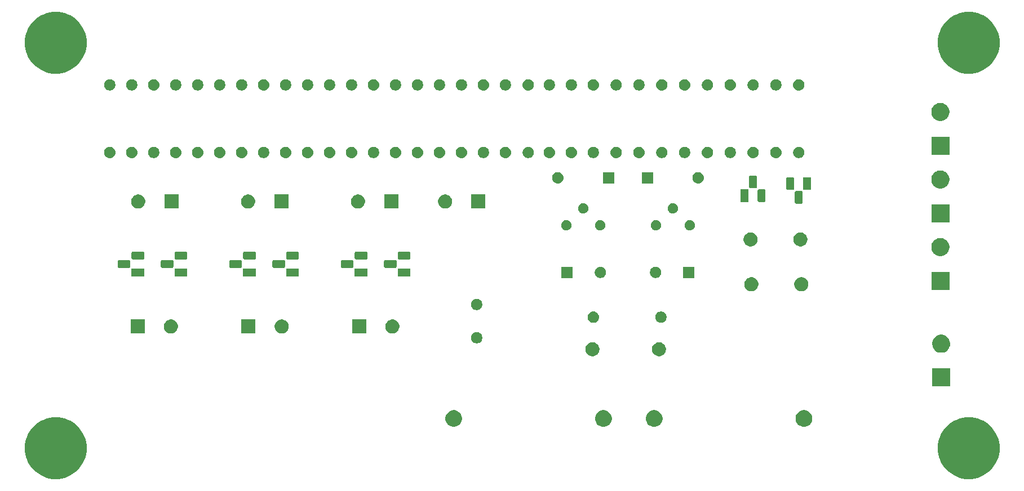
<source format=gbr>
G04 #@! TF.GenerationSoftware,KiCad,Pcbnew,(5.1.0)-1*
G04 #@! TF.CreationDate,2022-08-15T09:48:56-05:00*
G04 #@! TF.ProjectId,surfgen,73757266-6765-46e2-9e6b-696361645f70,rev?*
G04 #@! TF.SameCoordinates,Original*
G04 #@! TF.FileFunction,Soldermask,Top*
G04 #@! TF.FilePolarity,Negative*
%FSLAX46Y46*%
G04 Gerber Fmt 4.6, Leading zero omitted, Abs format (unit mm)*
G04 Created by KiCad (PCBNEW (5.1.0)-1) date 2022-08-15 09:48:56*
%MOMM*%
%LPD*%
G04 APERTURE LIST*
%ADD10C,0.100000*%
G04 APERTURE END LIST*
D10*
G36*
X223098646Y-126947335D02*
G01*
X223449248Y-127092559D01*
X223945075Y-127297937D01*
X224706840Y-127806933D01*
X225354667Y-128454760D01*
X225863663Y-129216525D01*
X226069041Y-129712352D01*
X226214265Y-130062954D01*
X226393000Y-130961515D01*
X226393000Y-131877685D01*
X226214265Y-132776246D01*
X226069041Y-133126848D01*
X225863663Y-133622675D01*
X225354667Y-134384440D01*
X224706840Y-135032267D01*
X223945075Y-135541263D01*
X223449248Y-135746641D01*
X223098646Y-135891865D01*
X222200085Y-136070600D01*
X221283915Y-136070600D01*
X220385354Y-135891865D01*
X220034752Y-135746641D01*
X219538925Y-135541263D01*
X218777160Y-135032267D01*
X218129333Y-134384440D01*
X217620337Y-133622675D01*
X217414959Y-133126848D01*
X217269735Y-132776246D01*
X217091000Y-131877685D01*
X217091000Y-130961515D01*
X217269735Y-130062954D01*
X217414959Y-129712352D01*
X217620337Y-129216525D01*
X218129333Y-128454760D01*
X218777160Y-127806933D01*
X219538925Y-127297937D01*
X220034752Y-127092559D01*
X220385354Y-126947335D01*
X221283915Y-126768600D01*
X222200085Y-126768600D01*
X223098646Y-126947335D01*
X223098646Y-126947335D01*
G37*
G36*
X85938646Y-126947335D02*
G01*
X86289248Y-127092559D01*
X86785075Y-127297937D01*
X87546840Y-127806933D01*
X88194667Y-128454760D01*
X88703663Y-129216525D01*
X88909040Y-129712351D01*
X89054265Y-130062954D01*
X89233000Y-130961515D01*
X89233000Y-131877685D01*
X89054265Y-132776246D01*
X88909041Y-133126848D01*
X88703663Y-133622675D01*
X88194667Y-134384440D01*
X87546840Y-135032267D01*
X86785075Y-135541263D01*
X86289248Y-135746641D01*
X85938646Y-135891865D01*
X85040085Y-136070600D01*
X84123915Y-136070600D01*
X83225354Y-135891865D01*
X82874752Y-135746641D01*
X82378925Y-135541263D01*
X81617160Y-135032267D01*
X80969333Y-134384440D01*
X80460337Y-133622675D01*
X80254959Y-133126848D01*
X80109735Y-132776246D01*
X79931000Y-131877685D01*
X79931000Y-130961515D01*
X80109735Y-130062954D01*
X80254960Y-129712351D01*
X80460337Y-129216525D01*
X80969333Y-128454760D01*
X81617160Y-127806933D01*
X82378925Y-127297937D01*
X82874752Y-127092559D01*
X83225354Y-126947335D01*
X84123915Y-126768600D01*
X85040085Y-126768600D01*
X85938646Y-126947335D01*
X85938646Y-126947335D01*
G37*
G36*
X197362903Y-125771675D02*
G01*
X197590571Y-125865978D01*
X197795466Y-126002885D01*
X197969715Y-126177134D01*
X198106622Y-126382029D01*
X198200925Y-126609697D01*
X198249000Y-126851387D01*
X198249000Y-127097813D01*
X198200925Y-127339503D01*
X198106622Y-127567171D01*
X197969715Y-127772066D01*
X197795466Y-127946315D01*
X197590571Y-128083222D01*
X197590570Y-128083223D01*
X197590569Y-128083223D01*
X197362903Y-128177525D01*
X197121214Y-128225600D01*
X196874786Y-128225600D01*
X196633097Y-128177525D01*
X196405431Y-128083223D01*
X196405430Y-128083223D01*
X196405429Y-128083222D01*
X196200534Y-127946315D01*
X196026285Y-127772066D01*
X195889378Y-127567171D01*
X195795075Y-127339503D01*
X195747000Y-127097813D01*
X195747000Y-126851387D01*
X195795075Y-126609697D01*
X195889378Y-126382029D01*
X196026285Y-126177134D01*
X196200534Y-126002885D01*
X196405429Y-125865978D01*
X196633097Y-125771675D01*
X196874786Y-125723600D01*
X197121214Y-125723600D01*
X197362903Y-125771675D01*
X197362903Y-125771675D01*
G37*
G36*
X144742903Y-125771675D02*
G01*
X144970571Y-125865978D01*
X145175466Y-126002885D01*
X145349715Y-126177134D01*
X145486622Y-126382029D01*
X145580925Y-126609697D01*
X145629000Y-126851387D01*
X145629000Y-127097813D01*
X145580925Y-127339503D01*
X145486622Y-127567171D01*
X145349715Y-127772066D01*
X145175466Y-127946315D01*
X144970571Y-128083222D01*
X144970570Y-128083223D01*
X144970569Y-128083223D01*
X144742903Y-128177525D01*
X144501214Y-128225600D01*
X144254786Y-128225600D01*
X144013097Y-128177525D01*
X143785431Y-128083223D01*
X143785430Y-128083223D01*
X143785429Y-128083222D01*
X143580534Y-127946315D01*
X143406285Y-127772066D01*
X143269378Y-127567171D01*
X143175075Y-127339503D01*
X143127000Y-127097813D01*
X143127000Y-126851387D01*
X143175075Y-126609697D01*
X143269378Y-126382029D01*
X143406285Y-126177134D01*
X143580534Y-126002885D01*
X143785429Y-125865978D01*
X144013097Y-125771675D01*
X144254786Y-125723600D01*
X144501214Y-125723600D01*
X144742903Y-125771675D01*
X144742903Y-125771675D01*
G37*
G36*
X167242903Y-125771675D02*
G01*
X167470571Y-125865978D01*
X167675466Y-126002885D01*
X167849715Y-126177134D01*
X167986622Y-126382029D01*
X168080925Y-126609697D01*
X168129000Y-126851387D01*
X168129000Y-127097813D01*
X168080925Y-127339503D01*
X167986622Y-127567171D01*
X167849715Y-127772066D01*
X167675466Y-127946315D01*
X167470571Y-128083222D01*
X167470570Y-128083223D01*
X167470569Y-128083223D01*
X167242903Y-128177525D01*
X167001214Y-128225600D01*
X166754786Y-128225600D01*
X166513097Y-128177525D01*
X166285431Y-128083223D01*
X166285430Y-128083223D01*
X166285429Y-128083222D01*
X166080534Y-127946315D01*
X165906285Y-127772066D01*
X165769378Y-127567171D01*
X165675075Y-127339503D01*
X165627000Y-127097813D01*
X165627000Y-126851387D01*
X165675075Y-126609697D01*
X165769378Y-126382029D01*
X165906285Y-126177134D01*
X166080534Y-126002885D01*
X166285429Y-125865978D01*
X166513097Y-125771675D01*
X166754786Y-125723600D01*
X167001214Y-125723600D01*
X167242903Y-125771675D01*
X167242903Y-125771675D01*
G37*
G36*
X174862903Y-125771675D02*
G01*
X175090571Y-125865978D01*
X175295466Y-126002885D01*
X175469715Y-126177134D01*
X175606622Y-126382029D01*
X175700925Y-126609697D01*
X175749000Y-126851387D01*
X175749000Y-127097813D01*
X175700925Y-127339503D01*
X175606622Y-127567171D01*
X175469715Y-127772066D01*
X175295466Y-127946315D01*
X175090571Y-128083222D01*
X175090570Y-128083223D01*
X175090569Y-128083223D01*
X174862903Y-128177525D01*
X174621214Y-128225600D01*
X174374786Y-128225600D01*
X174133097Y-128177525D01*
X173905431Y-128083223D01*
X173905430Y-128083223D01*
X173905429Y-128083222D01*
X173700534Y-127946315D01*
X173526285Y-127772066D01*
X173389378Y-127567171D01*
X173295075Y-127339503D01*
X173247000Y-127097813D01*
X173247000Y-126851387D01*
X173295075Y-126609697D01*
X173389378Y-126382029D01*
X173526285Y-126177134D01*
X173700534Y-126002885D01*
X173905429Y-125865978D01*
X174133097Y-125771675D01*
X174374786Y-125723600D01*
X174621214Y-125723600D01*
X174862903Y-125771675D01*
X174862903Y-125771675D01*
G37*
G36*
X218965500Y-122166100D02*
G01*
X216263500Y-122166100D01*
X216263500Y-119464100D01*
X218965500Y-119464100D01*
X218965500Y-122166100D01*
X218965500Y-122166100D01*
G37*
G36*
X175533564Y-115549989D02*
G01*
X175724833Y-115629215D01*
X175724835Y-115629216D01*
X175896973Y-115744235D01*
X176043365Y-115890627D01*
X176158385Y-116062767D01*
X176237611Y-116254036D01*
X176278000Y-116457084D01*
X176278000Y-116664116D01*
X176237611Y-116867164D01*
X176210613Y-116932342D01*
X176158384Y-117058435D01*
X176043365Y-117230573D01*
X175896973Y-117376965D01*
X175724835Y-117491984D01*
X175724834Y-117491985D01*
X175724833Y-117491985D01*
X175533564Y-117571211D01*
X175330516Y-117611600D01*
X175123484Y-117611600D01*
X174920436Y-117571211D01*
X174729167Y-117491985D01*
X174729166Y-117491985D01*
X174729165Y-117491984D01*
X174557027Y-117376965D01*
X174410635Y-117230573D01*
X174295616Y-117058435D01*
X174243387Y-116932342D01*
X174216389Y-116867164D01*
X174176000Y-116664116D01*
X174176000Y-116457084D01*
X174216389Y-116254036D01*
X174295615Y-116062767D01*
X174410635Y-115890627D01*
X174557027Y-115744235D01*
X174729165Y-115629216D01*
X174729167Y-115629215D01*
X174920436Y-115549989D01*
X175123484Y-115509600D01*
X175330516Y-115509600D01*
X175533564Y-115549989D01*
X175533564Y-115549989D01*
G37*
G36*
X165533564Y-115549989D02*
G01*
X165724833Y-115629215D01*
X165724835Y-115629216D01*
X165896973Y-115744235D01*
X166043365Y-115890627D01*
X166158385Y-116062767D01*
X166237611Y-116254036D01*
X166278000Y-116457084D01*
X166278000Y-116664116D01*
X166237611Y-116867164D01*
X166210613Y-116932342D01*
X166158384Y-117058435D01*
X166043365Y-117230573D01*
X165896973Y-117376965D01*
X165724835Y-117491984D01*
X165724834Y-117491985D01*
X165724833Y-117491985D01*
X165533564Y-117571211D01*
X165330516Y-117611600D01*
X165123484Y-117611600D01*
X164920436Y-117571211D01*
X164729167Y-117491985D01*
X164729166Y-117491985D01*
X164729165Y-117491984D01*
X164557027Y-117376965D01*
X164410635Y-117230573D01*
X164295616Y-117058435D01*
X164243387Y-116932342D01*
X164216389Y-116867164D01*
X164176000Y-116664116D01*
X164176000Y-116457084D01*
X164216389Y-116254036D01*
X164295615Y-116062767D01*
X164410635Y-115890627D01*
X164557027Y-115744235D01*
X164729165Y-115629216D01*
X164729167Y-115629215D01*
X164920436Y-115549989D01*
X165123484Y-115509600D01*
X165330516Y-115509600D01*
X165533564Y-115549989D01*
X165533564Y-115549989D01*
G37*
G36*
X217960722Y-114426500D02*
G01*
X218008572Y-114436018D01*
X218254439Y-114537859D01*
X218319559Y-114581371D01*
X218475711Y-114685709D01*
X218663891Y-114873889D01*
X218811742Y-115095163D01*
X218913582Y-115341028D01*
X218965500Y-115602037D01*
X218965500Y-115868163D01*
X218926791Y-116062765D01*
X218913582Y-116129172D01*
X218811741Y-116375039D01*
X218663890Y-116596312D01*
X218475712Y-116784490D01*
X218254439Y-116932341D01*
X218254438Y-116932342D01*
X218254437Y-116932342D01*
X218008572Y-117034182D01*
X217747563Y-117086100D01*
X217481437Y-117086100D01*
X217220428Y-117034182D01*
X216974563Y-116932342D01*
X216974562Y-116932342D01*
X216974561Y-116932341D01*
X216753288Y-116784490D01*
X216565110Y-116596312D01*
X216417259Y-116375039D01*
X216315418Y-116129172D01*
X216302209Y-116062765D01*
X216263500Y-115868163D01*
X216263500Y-115602037D01*
X216315418Y-115341028D01*
X216417258Y-115095163D01*
X216565109Y-114873889D01*
X216753289Y-114685709D01*
X216909441Y-114581371D01*
X216974561Y-114537859D01*
X217220428Y-114436018D01*
X217268278Y-114426500D01*
X217481437Y-114384100D01*
X217747563Y-114384100D01*
X217960722Y-114426500D01*
X217960722Y-114426500D01*
G37*
G36*
X148076228Y-114011303D02*
G01*
X148231100Y-114075453D01*
X148370481Y-114168585D01*
X148489015Y-114287119D01*
X148582147Y-114426500D01*
X148646297Y-114581372D01*
X148679000Y-114745784D01*
X148679000Y-114913416D01*
X148646297Y-115077828D01*
X148582147Y-115232700D01*
X148489015Y-115372081D01*
X148370481Y-115490615D01*
X148231100Y-115583747D01*
X148076228Y-115647897D01*
X147911816Y-115680600D01*
X147744184Y-115680600D01*
X147579772Y-115647897D01*
X147424900Y-115583747D01*
X147285519Y-115490615D01*
X147166985Y-115372081D01*
X147073853Y-115232700D01*
X147009703Y-115077828D01*
X146977000Y-114913416D01*
X146977000Y-114745784D01*
X147009703Y-114581372D01*
X147073853Y-114426500D01*
X147166985Y-114287119D01*
X147285519Y-114168585D01*
X147424900Y-114075453D01*
X147579772Y-114011303D01*
X147744184Y-113978600D01*
X147911816Y-113978600D01*
X148076228Y-114011303D01*
X148076228Y-114011303D01*
G37*
G36*
X97952000Y-114182600D02*
G01*
X95850000Y-114182600D01*
X95850000Y-112080600D01*
X97952000Y-112080600D01*
X97952000Y-114182600D01*
X97952000Y-114182600D01*
G37*
G36*
X102207564Y-112120989D02*
G01*
X102398833Y-112200215D01*
X102398835Y-112200216D01*
X102570973Y-112315235D01*
X102717365Y-112461627D01*
X102832385Y-112633767D01*
X102911611Y-112825036D01*
X102952000Y-113028084D01*
X102952000Y-113235116D01*
X102911611Y-113438164D01*
X102832385Y-113629433D01*
X102832384Y-113629435D01*
X102717365Y-113801573D01*
X102570973Y-113947965D01*
X102398835Y-114062984D01*
X102398834Y-114062985D01*
X102398833Y-114062985D01*
X102207564Y-114142211D01*
X102004516Y-114182600D01*
X101797484Y-114182600D01*
X101594436Y-114142211D01*
X101403167Y-114062985D01*
X101403166Y-114062985D01*
X101403165Y-114062984D01*
X101231027Y-113947965D01*
X101084635Y-113801573D01*
X100969616Y-113629435D01*
X100969615Y-113629433D01*
X100890389Y-113438164D01*
X100850000Y-113235116D01*
X100850000Y-113028084D01*
X100890389Y-112825036D01*
X100969615Y-112633767D01*
X101084635Y-112461627D01*
X101231027Y-112315235D01*
X101403165Y-112200216D01*
X101403167Y-112200215D01*
X101594436Y-112120989D01*
X101797484Y-112080600D01*
X102004516Y-112080600D01*
X102207564Y-112120989D01*
X102207564Y-112120989D01*
G37*
G36*
X114589000Y-114182600D02*
G01*
X112487000Y-114182600D01*
X112487000Y-112080600D01*
X114589000Y-112080600D01*
X114589000Y-114182600D01*
X114589000Y-114182600D01*
G37*
G36*
X118844564Y-112120989D02*
G01*
X119035833Y-112200215D01*
X119035835Y-112200216D01*
X119207973Y-112315235D01*
X119354365Y-112461627D01*
X119469385Y-112633767D01*
X119548611Y-112825036D01*
X119589000Y-113028084D01*
X119589000Y-113235116D01*
X119548611Y-113438164D01*
X119469385Y-113629433D01*
X119469384Y-113629435D01*
X119354365Y-113801573D01*
X119207973Y-113947965D01*
X119035835Y-114062984D01*
X119035834Y-114062985D01*
X119035833Y-114062985D01*
X118844564Y-114142211D01*
X118641516Y-114182600D01*
X118434484Y-114182600D01*
X118231436Y-114142211D01*
X118040167Y-114062985D01*
X118040166Y-114062985D01*
X118040165Y-114062984D01*
X117868027Y-113947965D01*
X117721635Y-113801573D01*
X117606616Y-113629435D01*
X117606615Y-113629433D01*
X117527389Y-113438164D01*
X117487000Y-113235116D01*
X117487000Y-113028084D01*
X117527389Y-112825036D01*
X117606615Y-112633767D01*
X117721635Y-112461627D01*
X117868027Y-112315235D01*
X118040165Y-112200216D01*
X118040167Y-112200215D01*
X118231436Y-112120989D01*
X118434484Y-112080600D01*
X118641516Y-112080600D01*
X118844564Y-112120989D01*
X118844564Y-112120989D01*
G37*
G36*
X131226000Y-114182600D02*
G01*
X129124000Y-114182600D01*
X129124000Y-112080600D01*
X131226000Y-112080600D01*
X131226000Y-114182600D01*
X131226000Y-114182600D01*
G37*
G36*
X135481564Y-112120989D02*
G01*
X135672833Y-112200215D01*
X135672835Y-112200216D01*
X135844973Y-112315235D01*
X135991365Y-112461627D01*
X136106385Y-112633767D01*
X136185611Y-112825036D01*
X136226000Y-113028084D01*
X136226000Y-113235116D01*
X136185611Y-113438164D01*
X136106385Y-113629433D01*
X136106384Y-113629435D01*
X135991365Y-113801573D01*
X135844973Y-113947965D01*
X135672835Y-114062984D01*
X135672834Y-114062985D01*
X135672833Y-114062985D01*
X135481564Y-114142211D01*
X135278516Y-114182600D01*
X135071484Y-114182600D01*
X134868436Y-114142211D01*
X134677167Y-114062985D01*
X134677166Y-114062985D01*
X134677165Y-114062984D01*
X134505027Y-113947965D01*
X134358635Y-113801573D01*
X134243616Y-113629435D01*
X134243615Y-113629433D01*
X134164389Y-113438164D01*
X134124000Y-113235116D01*
X134124000Y-113028084D01*
X134164389Y-112825036D01*
X134243615Y-112633767D01*
X134358635Y-112461627D01*
X134505027Y-112315235D01*
X134677165Y-112200216D01*
X134677167Y-112200215D01*
X134868436Y-112120989D01*
X135071484Y-112080600D01*
X135278516Y-112080600D01*
X135481564Y-112120989D01*
X135481564Y-112120989D01*
G37*
G36*
X175762228Y-110916303D02*
G01*
X175917100Y-110980453D01*
X176056481Y-111073585D01*
X176175015Y-111192119D01*
X176268147Y-111331500D01*
X176332297Y-111486372D01*
X176365000Y-111650784D01*
X176365000Y-111818416D01*
X176332297Y-111982828D01*
X176268147Y-112137700D01*
X176175015Y-112277081D01*
X176056481Y-112395615D01*
X175917100Y-112488747D01*
X175762228Y-112552897D01*
X175597816Y-112585600D01*
X175430184Y-112585600D01*
X175265772Y-112552897D01*
X175110900Y-112488747D01*
X174971519Y-112395615D01*
X174852985Y-112277081D01*
X174759853Y-112137700D01*
X174695703Y-111982828D01*
X174663000Y-111818416D01*
X174663000Y-111650784D01*
X174695703Y-111486372D01*
X174759853Y-111331500D01*
X174852985Y-111192119D01*
X174971519Y-111073585D01*
X175110900Y-110980453D01*
X175265772Y-110916303D01*
X175430184Y-110883600D01*
X175597816Y-110883600D01*
X175762228Y-110916303D01*
X175762228Y-110916303D01*
G37*
G36*
X165520823Y-110895913D02*
G01*
X165681242Y-110944576D01*
X165748361Y-110980452D01*
X165829078Y-111023596D01*
X165958659Y-111129941D01*
X166065004Y-111259522D01*
X166065005Y-111259524D01*
X166144024Y-111407358D01*
X166192687Y-111567777D01*
X166209117Y-111734600D01*
X166192687Y-111901423D01*
X166144024Y-112061842D01*
X166103477Y-112137700D01*
X166065004Y-112209678D01*
X165958659Y-112339259D01*
X165829078Y-112445604D01*
X165829076Y-112445605D01*
X165681242Y-112524624D01*
X165520823Y-112573287D01*
X165395804Y-112585600D01*
X165312196Y-112585600D01*
X165187177Y-112573287D01*
X165026758Y-112524624D01*
X164878924Y-112445605D01*
X164878922Y-112445604D01*
X164749341Y-112339259D01*
X164642996Y-112209678D01*
X164604523Y-112137700D01*
X164563976Y-112061842D01*
X164515313Y-111901423D01*
X164498883Y-111734600D01*
X164515313Y-111567777D01*
X164563976Y-111407358D01*
X164642995Y-111259524D01*
X164642996Y-111259522D01*
X164749341Y-111129941D01*
X164878922Y-111023596D01*
X164959639Y-110980452D01*
X165026758Y-110944576D01*
X165187177Y-110895913D01*
X165312196Y-110883600D01*
X165395804Y-110883600D01*
X165520823Y-110895913D01*
X165520823Y-110895913D01*
G37*
G36*
X148076228Y-109011303D02*
G01*
X148231100Y-109075453D01*
X148370481Y-109168585D01*
X148489015Y-109287119D01*
X148582147Y-109426500D01*
X148646297Y-109581372D01*
X148679000Y-109745784D01*
X148679000Y-109913416D01*
X148646297Y-110077828D01*
X148582147Y-110232700D01*
X148489015Y-110372081D01*
X148370481Y-110490615D01*
X148231100Y-110583747D01*
X148076228Y-110647897D01*
X147911816Y-110680600D01*
X147744184Y-110680600D01*
X147579772Y-110647897D01*
X147424900Y-110583747D01*
X147285519Y-110490615D01*
X147166985Y-110372081D01*
X147073853Y-110232700D01*
X147009703Y-110077828D01*
X146977000Y-109913416D01*
X146977000Y-109745784D01*
X147009703Y-109581372D01*
X147073853Y-109426500D01*
X147166985Y-109287119D01*
X147285519Y-109168585D01*
X147424900Y-109075453D01*
X147579772Y-109011303D01*
X147744184Y-108978600D01*
X147911816Y-108978600D01*
X148076228Y-109011303D01*
X148076228Y-109011303D01*
G37*
G36*
X196909564Y-105770989D02*
G01*
X197100833Y-105850215D01*
X197100835Y-105850216D01*
X197107396Y-105854600D01*
X197272973Y-105965235D01*
X197419365Y-106111627D01*
X197534385Y-106283767D01*
X197613611Y-106475036D01*
X197654000Y-106678084D01*
X197654000Y-106885116D01*
X197613611Y-107088164D01*
X197534385Y-107279433D01*
X197534384Y-107279435D01*
X197419365Y-107451573D01*
X197272973Y-107597965D01*
X197100835Y-107712984D01*
X197100834Y-107712985D01*
X197100833Y-107712985D01*
X196909564Y-107792211D01*
X196706516Y-107832600D01*
X196499484Y-107832600D01*
X196296436Y-107792211D01*
X196105167Y-107712985D01*
X196105166Y-107712985D01*
X196105165Y-107712984D01*
X195933027Y-107597965D01*
X195786635Y-107451573D01*
X195671616Y-107279435D01*
X195671615Y-107279433D01*
X195592389Y-107088164D01*
X195552000Y-106885116D01*
X195552000Y-106678084D01*
X195592389Y-106475036D01*
X195671615Y-106283767D01*
X195786635Y-106111627D01*
X195933027Y-105965235D01*
X196098604Y-105854600D01*
X196105165Y-105850216D01*
X196105167Y-105850215D01*
X196296436Y-105770989D01*
X196499484Y-105730600D01*
X196706516Y-105730600D01*
X196909564Y-105770989D01*
X196909564Y-105770989D01*
G37*
G36*
X189409564Y-105770989D02*
G01*
X189600833Y-105850215D01*
X189600835Y-105850216D01*
X189607396Y-105854600D01*
X189772973Y-105965235D01*
X189919365Y-106111627D01*
X190034385Y-106283767D01*
X190113611Y-106475036D01*
X190154000Y-106678084D01*
X190154000Y-106885116D01*
X190113611Y-107088164D01*
X190034385Y-107279433D01*
X190034384Y-107279435D01*
X189919365Y-107451573D01*
X189772973Y-107597965D01*
X189600835Y-107712984D01*
X189600834Y-107712985D01*
X189600833Y-107712985D01*
X189409564Y-107792211D01*
X189206516Y-107832600D01*
X188999484Y-107832600D01*
X188796436Y-107792211D01*
X188605167Y-107712985D01*
X188605166Y-107712985D01*
X188605165Y-107712984D01*
X188433027Y-107597965D01*
X188286635Y-107451573D01*
X188171616Y-107279435D01*
X188171615Y-107279433D01*
X188092389Y-107088164D01*
X188052000Y-106885116D01*
X188052000Y-106678084D01*
X188092389Y-106475036D01*
X188171615Y-106283767D01*
X188286635Y-106111627D01*
X188433027Y-105965235D01*
X188598604Y-105854600D01*
X188605165Y-105850216D01*
X188605167Y-105850215D01*
X188796436Y-105770989D01*
X188999484Y-105730600D01*
X189206516Y-105730600D01*
X189409564Y-105770989D01*
X189409564Y-105770989D01*
G37*
G36*
X218838500Y-107624600D02*
G01*
X216136500Y-107624600D01*
X216136500Y-104922600D01*
X218838500Y-104922600D01*
X218838500Y-107624600D01*
X218838500Y-107624600D01*
G37*
G36*
X180556000Y-105854600D02*
G01*
X178854000Y-105854600D01*
X178854000Y-104152600D01*
X180556000Y-104152600D01*
X180556000Y-105854600D01*
X180556000Y-105854600D01*
G37*
G36*
X174953228Y-104185303D02*
G01*
X175108100Y-104249453D01*
X175247481Y-104342585D01*
X175366015Y-104461119D01*
X175459147Y-104600500D01*
X175523297Y-104755372D01*
X175556000Y-104919784D01*
X175556000Y-105087416D01*
X175523297Y-105251828D01*
X175459147Y-105406700D01*
X175366015Y-105546081D01*
X175247481Y-105664615D01*
X175108100Y-105757747D01*
X174953228Y-105821897D01*
X174788816Y-105854600D01*
X174621184Y-105854600D01*
X174456772Y-105821897D01*
X174301900Y-105757747D01*
X174162519Y-105664615D01*
X174043985Y-105546081D01*
X173950853Y-105406700D01*
X173886703Y-105251828D01*
X173854000Y-105087416D01*
X173854000Y-104919784D01*
X173886703Y-104755372D01*
X173950853Y-104600500D01*
X174043985Y-104461119D01*
X174162519Y-104342585D01*
X174301900Y-104249453D01*
X174456772Y-104185303D01*
X174621184Y-104152600D01*
X174788816Y-104152600D01*
X174953228Y-104185303D01*
X174953228Y-104185303D01*
G37*
G36*
X166665228Y-104185303D02*
G01*
X166820100Y-104249453D01*
X166959481Y-104342585D01*
X167078015Y-104461119D01*
X167171147Y-104600500D01*
X167235297Y-104755372D01*
X167268000Y-104919784D01*
X167268000Y-105087416D01*
X167235297Y-105251828D01*
X167171147Y-105406700D01*
X167078015Y-105546081D01*
X166959481Y-105664615D01*
X166820100Y-105757747D01*
X166665228Y-105821897D01*
X166500816Y-105854600D01*
X166333184Y-105854600D01*
X166168772Y-105821897D01*
X166013900Y-105757747D01*
X165874519Y-105664615D01*
X165755985Y-105546081D01*
X165662853Y-105406700D01*
X165598703Y-105251828D01*
X165566000Y-105087416D01*
X165566000Y-104919784D01*
X165598703Y-104755372D01*
X165662853Y-104600500D01*
X165755985Y-104461119D01*
X165874519Y-104342585D01*
X166013900Y-104249453D01*
X166168772Y-104185303D01*
X166333184Y-104152600D01*
X166500816Y-104152600D01*
X166665228Y-104185303D01*
X166665228Y-104185303D01*
G37*
G36*
X162268000Y-105854600D02*
G01*
X160566000Y-105854600D01*
X160566000Y-104152600D01*
X162268000Y-104152600D01*
X162268000Y-105854600D01*
X162268000Y-105854600D01*
G37*
G36*
X121112000Y-105604600D02*
G01*
X119210000Y-105604600D01*
X119210000Y-104402600D01*
X121112000Y-104402600D01*
X121112000Y-105604600D01*
X121112000Y-105604600D01*
G37*
G36*
X97871000Y-105604600D02*
G01*
X95969000Y-105604600D01*
X95969000Y-104402600D01*
X97871000Y-104402600D01*
X97871000Y-105604600D01*
X97871000Y-105604600D01*
G37*
G36*
X114635000Y-105604600D02*
G01*
X112733000Y-105604600D01*
X112733000Y-104402600D01*
X114635000Y-104402600D01*
X114635000Y-105604600D01*
X114635000Y-105604600D01*
G37*
G36*
X104348000Y-105604600D02*
G01*
X102446000Y-105604600D01*
X102446000Y-104402600D01*
X104348000Y-104402600D01*
X104348000Y-105604600D01*
X104348000Y-105604600D01*
G37*
G36*
X137876000Y-105604600D02*
G01*
X135974000Y-105604600D01*
X135974000Y-104402600D01*
X137876000Y-104402600D01*
X137876000Y-105604600D01*
X137876000Y-105604600D01*
G37*
G36*
X131399000Y-105604600D02*
G01*
X129497000Y-105604600D01*
X129497000Y-104402600D01*
X131399000Y-104402600D01*
X131399000Y-105604600D01*
X131399000Y-105604600D01*
G37*
G36*
X95609315Y-103137766D02*
G01*
X95653843Y-103151274D01*
X95694892Y-103173215D01*
X95730864Y-103202736D01*
X95760385Y-103238708D01*
X95782326Y-103279757D01*
X95795834Y-103324285D01*
X95801000Y-103376740D01*
X95801000Y-104090460D01*
X95795834Y-104142915D01*
X95782325Y-104187447D01*
X95765632Y-104218677D01*
X95759583Y-104233280D01*
X95747376Y-104244344D01*
X95730864Y-104264464D01*
X95694892Y-104293985D01*
X95653843Y-104315926D01*
X95609315Y-104329434D01*
X95556860Y-104334600D01*
X94143140Y-104334600D01*
X94090685Y-104329434D01*
X94046157Y-104315926D01*
X94005108Y-104293985D01*
X93969136Y-104264464D01*
X93939615Y-104228492D01*
X93917674Y-104187443D01*
X93904166Y-104142915D01*
X93899000Y-104090460D01*
X93899000Y-103376740D01*
X93904166Y-103324285D01*
X93917674Y-103279757D01*
X93939615Y-103238708D01*
X93969136Y-103202736D01*
X94005108Y-103173215D01*
X94046157Y-103151274D01*
X94090685Y-103137766D01*
X94143140Y-103132600D01*
X95556860Y-103132600D01*
X95609315Y-103137766D01*
X95609315Y-103137766D01*
G37*
G36*
X102086315Y-103137766D02*
G01*
X102130843Y-103151274D01*
X102171892Y-103173215D01*
X102207864Y-103202736D01*
X102237385Y-103238708D01*
X102259326Y-103279757D01*
X102272834Y-103324285D01*
X102278000Y-103376740D01*
X102278000Y-104090460D01*
X102272834Y-104142915D01*
X102259325Y-104187447D01*
X102242632Y-104218677D01*
X102236583Y-104233280D01*
X102224376Y-104244344D01*
X102207864Y-104264464D01*
X102171892Y-104293985D01*
X102130843Y-104315926D01*
X102086315Y-104329434D01*
X102033860Y-104334600D01*
X100620140Y-104334600D01*
X100567685Y-104329434D01*
X100523157Y-104315926D01*
X100482108Y-104293985D01*
X100446136Y-104264464D01*
X100416615Y-104228492D01*
X100394674Y-104187443D01*
X100381166Y-104142915D01*
X100376000Y-104090460D01*
X100376000Y-103376740D01*
X100381166Y-103324285D01*
X100394674Y-103279757D01*
X100416615Y-103238708D01*
X100446136Y-103202736D01*
X100482108Y-103173215D01*
X100523157Y-103151274D01*
X100567685Y-103137766D01*
X100620140Y-103132600D01*
X102033860Y-103132600D01*
X102086315Y-103137766D01*
X102086315Y-103137766D01*
G37*
G36*
X112373315Y-103137766D02*
G01*
X112417843Y-103151274D01*
X112458892Y-103173215D01*
X112494864Y-103202736D01*
X112524385Y-103238708D01*
X112546326Y-103279757D01*
X112559834Y-103324285D01*
X112565000Y-103376740D01*
X112565000Y-104090460D01*
X112559834Y-104142915D01*
X112546325Y-104187447D01*
X112529632Y-104218677D01*
X112523583Y-104233280D01*
X112511376Y-104244344D01*
X112494864Y-104264464D01*
X112458892Y-104293985D01*
X112417843Y-104315926D01*
X112373315Y-104329434D01*
X112320860Y-104334600D01*
X110907140Y-104334600D01*
X110854685Y-104329434D01*
X110810157Y-104315926D01*
X110769108Y-104293985D01*
X110733136Y-104264464D01*
X110703615Y-104228492D01*
X110681674Y-104187443D01*
X110668166Y-104142915D01*
X110663000Y-104090460D01*
X110663000Y-103376740D01*
X110668166Y-103324285D01*
X110681674Y-103279757D01*
X110703615Y-103238708D01*
X110733136Y-103202736D01*
X110769108Y-103173215D01*
X110810157Y-103151274D01*
X110854685Y-103137766D01*
X110907140Y-103132600D01*
X112320860Y-103132600D01*
X112373315Y-103137766D01*
X112373315Y-103137766D01*
G37*
G36*
X129137315Y-103137766D02*
G01*
X129181843Y-103151274D01*
X129222892Y-103173215D01*
X129258864Y-103202736D01*
X129288385Y-103238708D01*
X129310326Y-103279757D01*
X129323834Y-103324285D01*
X129329000Y-103376740D01*
X129329000Y-104090460D01*
X129323834Y-104142915D01*
X129310325Y-104187447D01*
X129293632Y-104218677D01*
X129287583Y-104233280D01*
X129275376Y-104244344D01*
X129258864Y-104264464D01*
X129222892Y-104293985D01*
X129181843Y-104315926D01*
X129137315Y-104329434D01*
X129084860Y-104334600D01*
X127671140Y-104334600D01*
X127618685Y-104329434D01*
X127574157Y-104315926D01*
X127533108Y-104293985D01*
X127497136Y-104264464D01*
X127467615Y-104228492D01*
X127445674Y-104187443D01*
X127432166Y-104142915D01*
X127427000Y-104090460D01*
X127427000Y-103376740D01*
X127432166Y-103324285D01*
X127445674Y-103279757D01*
X127467615Y-103238708D01*
X127497136Y-103202736D01*
X127533108Y-103173215D01*
X127574157Y-103151274D01*
X127618685Y-103137766D01*
X127671140Y-103132600D01*
X129084860Y-103132600D01*
X129137315Y-103137766D01*
X129137315Y-103137766D01*
G37*
G36*
X118850315Y-103137766D02*
G01*
X118894843Y-103151274D01*
X118935892Y-103173215D01*
X118971864Y-103202736D01*
X119001385Y-103238708D01*
X119023326Y-103279757D01*
X119036834Y-103324285D01*
X119042000Y-103376740D01*
X119042000Y-104090460D01*
X119036834Y-104142915D01*
X119023325Y-104187447D01*
X119006632Y-104218677D01*
X119000583Y-104233280D01*
X118988376Y-104244344D01*
X118971864Y-104264464D01*
X118935892Y-104293985D01*
X118894843Y-104315926D01*
X118850315Y-104329434D01*
X118797860Y-104334600D01*
X117384140Y-104334600D01*
X117331685Y-104329434D01*
X117287157Y-104315926D01*
X117246108Y-104293985D01*
X117210136Y-104264464D01*
X117180615Y-104228492D01*
X117158674Y-104187443D01*
X117145166Y-104142915D01*
X117140000Y-104090460D01*
X117140000Y-103376740D01*
X117145166Y-103324285D01*
X117158674Y-103279757D01*
X117180615Y-103238708D01*
X117210136Y-103202736D01*
X117246108Y-103173215D01*
X117287157Y-103151274D01*
X117331685Y-103137766D01*
X117384140Y-103132600D01*
X118797860Y-103132600D01*
X118850315Y-103137766D01*
X118850315Y-103137766D01*
G37*
G36*
X135614315Y-103137766D02*
G01*
X135658843Y-103151274D01*
X135699892Y-103173215D01*
X135735864Y-103202736D01*
X135765385Y-103238708D01*
X135787326Y-103279757D01*
X135800834Y-103324285D01*
X135806000Y-103376740D01*
X135806000Y-104090460D01*
X135800834Y-104142915D01*
X135787325Y-104187447D01*
X135770632Y-104218677D01*
X135764583Y-104233280D01*
X135752376Y-104244344D01*
X135735864Y-104264464D01*
X135699892Y-104293985D01*
X135658843Y-104315926D01*
X135614315Y-104329434D01*
X135561860Y-104334600D01*
X134148140Y-104334600D01*
X134095685Y-104329434D01*
X134051157Y-104315926D01*
X134010108Y-104293985D01*
X133974136Y-104264464D01*
X133944615Y-104228492D01*
X133922674Y-104187443D01*
X133909166Y-104142915D01*
X133904000Y-104090460D01*
X133904000Y-103376740D01*
X133909166Y-103324285D01*
X133922674Y-103279757D01*
X133944615Y-103238708D01*
X133974136Y-103202736D01*
X134010108Y-103173215D01*
X134051157Y-103151274D01*
X134095685Y-103137766D01*
X134148140Y-103132600D01*
X135561860Y-103132600D01*
X135614315Y-103137766D01*
X135614315Y-103137766D01*
G37*
G36*
X137684315Y-101867766D02*
G01*
X137728843Y-101881274D01*
X137769892Y-101903215D01*
X137805864Y-101932736D01*
X137835385Y-101968708D01*
X137857326Y-102009757D01*
X137870834Y-102054285D01*
X137876000Y-102106740D01*
X137876000Y-102820460D01*
X137870834Y-102872915D01*
X137857326Y-102917443D01*
X137835385Y-102958492D01*
X137805864Y-102994464D01*
X137769892Y-103023985D01*
X137728843Y-103045926D01*
X137684315Y-103059434D01*
X137631860Y-103064600D01*
X136218140Y-103064600D01*
X136165685Y-103059434D01*
X136121157Y-103045926D01*
X136080108Y-103023985D01*
X136044136Y-102994464D01*
X136014615Y-102958492D01*
X135992674Y-102917443D01*
X135979166Y-102872915D01*
X135974000Y-102820460D01*
X135974000Y-102106740D01*
X135979166Y-102054285D01*
X135992674Y-102009757D01*
X136014615Y-101968708D01*
X136044136Y-101932736D01*
X136080108Y-101903215D01*
X136121157Y-101881274D01*
X136165685Y-101867766D01*
X136218140Y-101862600D01*
X137631860Y-101862600D01*
X137684315Y-101867766D01*
X137684315Y-101867766D01*
G37*
G36*
X131207315Y-101867766D02*
G01*
X131251843Y-101881274D01*
X131292892Y-101903215D01*
X131328864Y-101932736D01*
X131358385Y-101968708D01*
X131380326Y-102009757D01*
X131393834Y-102054285D01*
X131399000Y-102106740D01*
X131399000Y-102820460D01*
X131393834Y-102872915D01*
X131380326Y-102917443D01*
X131358385Y-102958492D01*
X131328864Y-102994464D01*
X131292892Y-103023985D01*
X131251843Y-103045926D01*
X131207315Y-103059434D01*
X131154860Y-103064600D01*
X129741140Y-103064600D01*
X129688685Y-103059434D01*
X129644157Y-103045926D01*
X129603108Y-103023985D01*
X129567136Y-102994464D01*
X129537615Y-102958492D01*
X129515674Y-102917443D01*
X129502166Y-102872915D01*
X129497000Y-102820460D01*
X129497000Y-102106740D01*
X129502166Y-102054285D01*
X129515674Y-102009757D01*
X129537615Y-101968708D01*
X129567136Y-101932736D01*
X129603108Y-101903215D01*
X129644157Y-101881274D01*
X129688685Y-101867766D01*
X129741140Y-101862600D01*
X131154860Y-101862600D01*
X131207315Y-101867766D01*
X131207315Y-101867766D01*
G37*
G36*
X120920315Y-101867766D02*
G01*
X120964843Y-101881274D01*
X121005892Y-101903215D01*
X121041864Y-101932736D01*
X121071385Y-101968708D01*
X121093326Y-102009757D01*
X121106834Y-102054285D01*
X121112000Y-102106740D01*
X121112000Y-102820460D01*
X121106834Y-102872915D01*
X121093326Y-102917443D01*
X121071385Y-102958492D01*
X121041864Y-102994464D01*
X121005892Y-103023985D01*
X120964843Y-103045926D01*
X120920315Y-103059434D01*
X120867860Y-103064600D01*
X119454140Y-103064600D01*
X119401685Y-103059434D01*
X119357157Y-103045926D01*
X119316108Y-103023985D01*
X119280136Y-102994464D01*
X119250615Y-102958492D01*
X119228674Y-102917443D01*
X119215166Y-102872915D01*
X119210000Y-102820460D01*
X119210000Y-102106740D01*
X119215166Y-102054285D01*
X119228674Y-102009757D01*
X119250615Y-101968708D01*
X119280136Y-101932736D01*
X119316108Y-101903215D01*
X119357157Y-101881274D01*
X119401685Y-101867766D01*
X119454140Y-101862600D01*
X120867860Y-101862600D01*
X120920315Y-101867766D01*
X120920315Y-101867766D01*
G37*
G36*
X114443315Y-101867766D02*
G01*
X114487843Y-101881274D01*
X114528892Y-101903215D01*
X114564864Y-101932736D01*
X114594385Y-101968708D01*
X114616326Y-102009757D01*
X114629834Y-102054285D01*
X114635000Y-102106740D01*
X114635000Y-102820460D01*
X114629834Y-102872915D01*
X114616326Y-102917443D01*
X114594385Y-102958492D01*
X114564864Y-102994464D01*
X114528892Y-103023985D01*
X114487843Y-103045926D01*
X114443315Y-103059434D01*
X114390860Y-103064600D01*
X112977140Y-103064600D01*
X112924685Y-103059434D01*
X112880157Y-103045926D01*
X112839108Y-103023985D01*
X112803136Y-102994464D01*
X112773615Y-102958492D01*
X112751674Y-102917443D01*
X112738166Y-102872915D01*
X112733000Y-102820460D01*
X112733000Y-102106740D01*
X112738166Y-102054285D01*
X112751674Y-102009757D01*
X112773615Y-101968708D01*
X112803136Y-101932736D01*
X112839108Y-101903215D01*
X112880157Y-101881274D01*
X112924685Y-101867766D01*
X112977140Y-101862600D01*
X114390860Y-101862600D01*
X114443315Y-101867766D01*
X114443315Y-101867766D01*
G37*
G36*
X104156315Y-101867766D02*
G01*
X104200843Y-101881274D01*
X104241892Y-101903215D01*
X104277864Y-101932736D01*
X104307385Y-101968708D01*
X104329326Y-102009757D01*
X104342834Y-102054285D01*
X104348000Y-102106740D01*
X104348000Y-102820460D01*
X104342834Y-102872915D01*
X104329326Y-102917443D01*
X104307385Y-102958492D01*
X104277864Y-102994464D01*
X104241892Y-103023985D01*
X104200843Y-103045926D01*
X104156315Y-103059434D01*
X104103860Y-103064600D01*
X102690140Y-103064600D01*
X102637685Y-103059434D01*
X102593157Y-103045926D01*
X102552108Y-103023985D01*
X102516136Y-102994464D01*
X102486615Y-102958492D01*
X102464674Y-102917443D01*
X102451166Y-102872915D01*
X102446000Y-102820460D01*
X102446000Y-102106740D01*
X102451166Y-102054285D01*
X102464674Y-102009757D01*
X102486615Y-101968708D01*
X102516136Y-101932736D01*
X102552108Y-101903215D01*
X102593157Y-101881274D01*
X102637685Y-101867766D01*
X102690140Y-101862600D01*
X104103860Y-101862600D01*
X104156315Y-101867766D01*
X104156315Y-101867766D01*
G37*
G36*
X97679315Y-101867766D02*
G01*
X97723843Y-101881274D01*
X97764892Y-101903215D01*
X97800864Y-101932736D01*
X97830385Y-101968708D01*
X97852326Y-102009757D01*
X97865834Y-102054285D01*
X97871000Y-102106740D01*
X97871000Y-102820460D01*
X97865834Y-102872915D01*
X97852326Y-102917443D01*
X97830385Y-102958492D01*
X97800864Y-102994464D01*
X97764892Y-103023985D01*
X97723843Y-103045926D01*
X97679315Y-103059434D01*
X97626860Y-103064600D01*
X96213140Y-103064600D01*
X96160685Y-103059434D01*
X96116157Y-103045926D01*
X96075108Y-103023985D01*
X96039136Y-102994464D01*
X96009615Y-102958492D01*
X95987674Y-102917443D01*
X95974166Y-102872915D01*
X95969000Y-102820460D01*
X95969000Y-102106740D01*
X95974166Y-102054285D01*
X95987674Y-102009757D01*
X96009615Y-101968708D01*
X96039136Y-101932736D01*
X96075108Y-101903215D01*
X96116157Y-101881274D01*
X96160685Y-101867766D01*
X96213140Y-101862600D01*
X97626860Y-101862600D01*
X97679315Y-101867766D01*
X97679315Y-101867766D01*
G37*
G36*
X217881572Y-99894518D02*
G01*
X218127439Y-99996359D01*
X218348712Y-100144210D01*
X218536890Y-100332388D01*
X218684741Y-100553661D01*
X218786582Y-100799528D01*
X218838500Y-101060538D01*
X218838500Y-101326662D01*
X218786582Y-101587672D01*
X218684741Y-101833539D01*
X218536890Y-102054812D01*
X218348712Y-102242990D01*
X218127439Y-102390841D01*
X218127438Y-102390842D01*
X218127437Y-102390842D01*
X217881572Y-102492682D01*
X217620563Y-102544600D01*
X217354437Y-102544600D01*
X217093428Y-102492682D01*
X216847563Y-102390842D01*
X216847562Y-102390842D01*
X216847561Y-102390841D01*
X216626288Y-102242990D01*
X216438110Y-102054812D01*
X216290259Y-101833539D01*
X216188418Y-101587672D01*
X216136500Y-101326662D01*
X216136500Y-101060538D01*
X216188418Y-100799528D01*
X216290259Y-100553661D01*
X216438110Y-100332388D01*
X216626288Y-100144210D01*
X216847561Y-99996359D01*
X217093428Y-99894518D01*
X217354437Y-99842600D01*
X217620563Y-99842600D01*
X217881572Y-99894518D01*
X217881572Y-99894518D01*
G37*
G36*
X196782564Y-99039989D02*
G01*
X196973833Y-99119215D01*
X196973835Y-99119216D01*
X197145973Y-99234235D01*
X197292365Y-99380627D01*
X197407385Y-99552767D01*
X197486611Y-99744036D01*
X197527000Y-99947084D01*
X197527000Y-100154116D01*
X197486611Y-100357164D01*
X197407385Y-100548433D01*
X197407384Y-100548435D01*
X197292365Y-100720573D01*
X197145973Y-100866965D01*
X196973835Y-100981984D01*
X196973834Y-100981985D01*
X196973833Y-100981985D01*
X196782564Y-101061211D01*
X196579516Y-101101600D01*
X196372484Y-101101600D01*
X196169436Y-101061211D01*
X195978167Y-100981985D01*
X195978166Y-100981985D01*
X195978165Y-100981984D01*
X195806027Y-100866965D01*
X195659635Y-100720573D01*
X195544616Y-100548435D01*
X195544615Y-100548433D01*
X195465389Y-100357164D01*
X195425000Y-100154116D01*
X195425000Y-99947084D01*
X195465389Y-99744036D01*
X195544615Y-99552767D01*
X195659635Y-99380627D01*
X195806027Y-99234235D01*
X195978165Y-99119216D01*
X195978167Y-99119215D01*
X196169436Y-99039989D01*
X196372484Y-98999600D01*
X196579516Y-98999600D01*
X196782564Y-99039989D01*
X196782564Y-99039989D01*
G37*
G36*
X189282564Y-99039989D02*
G01*
X189473833Y-99119215D01*
X189473835Y-99119216D01*
X189645973Y-99234235D01*
X189792365Y-99380627D01*
X189907385Y-99552767D01*
X189986611Y-99744036D01*
X190027000Y-99947084D01*
X190027000Y-100154116D01*
X189986611Y-100357164D01*
X189907385Y-100548433D01*
X189907384Y-100548435D01*
X189792365Y-100720573D01*
X189645973Y-100866965D01*
X189473835Y-100981984D01*
X189473834Y-100981985D01*
X189473833Y-100981985D01*
X189282564Y-101061211D01*
X189079516Y-101101600D01*
X188872484Y-101101600D01*
X188669436Y-101061211D01*
X188478167Y-100981985D01*
X188478166Y-100981985D01*
X188478165Y-100981984D01*
X188306027Y-100866965D01*
X188159635Y-100720573D01*
X188044616Y-100548435D01*
X188044615Y-100548433D01*
X187965389Y-100357164D01*
X187925000Y-100154116D01*
X187925000Y-99947084D01*
X187965389Y-99744036D01*
X188044615Y-99552767D01*
X188159635Y-99380627D01*
X188306027Y-99234235D01*
X188478165Y-99119216D01*
X188478167Y-99119215D01*
X188669436Y-99039989D01*
X188872484Y-98999600D01*
X189079516Y-98999600D01*
X189282564Y-99039989D01*
X189282564Y-99039989D01*
G37*
G36*
X179957589Y-97155876D02*
G01*
X180056893Y-97175629D01*
X180197206Y-97233748D01*
X180323484Y-97318125D01*
X180430875Y-97425516D01*
X180515252Y-97551794D01*
X180573371Y-97692107D01*
X180603000Y-97841063D01*
X180603000Y-97992937D01*
X180573371Y-98141893D01*
X180515252Y-98282206D01*
X180430875Y-98408484D01*
X180323484Y-98515875D01*
X180197206Y-98600252D01*
X180056893Y-98658371D01*
X179957589Y-98678124D01*
X179907938Y-98688000D01*
X179756062Y-98688000D01*
X179706411Y-98678124D01*
X179607107Y-98658371D01*
X179466794Y-98600252D01*
X179340516Y-98515875D01*
X179233125Y-98408484D01*
X179148748Y-98282206D01*
X179090629Y-98141893D01*
X179061000Y-97992937D01*
X179061000Y-97841063D01*
X179090629Y-97692107D01*
X179148748Y-97551794D01*
X179233125Y-97425516D01*
X179340516Y-97318125D01*
X179466794Y-97233748D01*
X179607107Y-97175629D01*
X179706411Y-97155876D01*
X179756062Y-97146000D01*
X179907938Y-97146000D01*
X179957589Y-97155876D01*
X179957589Y-97155876D01*
G37*
G36*
X174877589Y-97155876D02*
G01*
X174976893Y-97175629D01*
X175117206Y-97233748D01*
X175243484Y-97318125D01*
X175350875Y-97425516D01*
X175435252Y-97551794D01*
X175493371Y-97692107D01*
X175523000Y-97841063D01*
X175523000Y-97992937D01*
X175493371Y-98141893D01*
X175435252Y-98282206D01*
X175350875Y-98408484D01*
X175243484Y-98515875D01*
X175117206Y-98600252D01*
X174976893Y-98658371D01*
X174877589Y-98678124D01*
X174827938Y-98688000D01*
X174676062Y-98688000D01*
X174626411Y-98678124D01*
X174527107Y-98658371D01*
X174386794Y-98600252D01*
X174260516Y-98515875D01*
X174153125Y-98408484D01*
X174068748Y-98282206D01*
X174010629Y-98141893D01*
X173981000Y-97992937D01*
X173981000Y-97841063D01*
X174010629Y-97692107D01*
X174068748Y-97551794D01*
X174153125Y-97425516D01*
X174260516Y-97318125D01*
X174386794Y-97233748D01*
X174527107Y-97175629D01*
X174626411Y-97155876D01*
X174676062Y-97146000D01*
X174827938Y-97146000D01*
X174877589Y-97155876D01*
X174877589Y-97155876D01*
G37*
G36*
X166495589Y-97155876D02*
G01*
X166594893Y-97175629D01*
X166735206Y-97233748D01*
X166861484Y-97318125D01*
X166968875Y-97425516D01*
X167053252Y-97551794D01*
X167111371Y-97692107D01*
X167141000Y-97841063D01*
X167141000Y-97992937D01*
X167111371Y-98141893D01*
X167053252Y-98282206D01*
X166968875Y-98408484D01*
X166861484Y-98515875D01*
X166735206Y-98600252D01*
X166594893Y-98658371D01*
X166495589Y-98678124D01*
X166445938Y-98688000D01*
X166294062Y-98688000D01*
X166244411Y-98678124D01*
X166145107Y-98658371D01*
X166004794Y-98600252D01*
X165878516Y-98515875D01*
X165771125Y-98408484D01*
X165686748Y-98282206D01*
X165628629Y-98141893D01*
X165599000Y-97992937D01*
X165599000Y-97841063D01*
X165628629Y-97692107D01*
X165686748Y-97551794D01*
X165771125Y-97425516D01*
X165878516Y-97318125D01*
X166004794Y-97233748D01*
X166145107Y-97175629D01*
X166244411Y-97155876D01*
X166294062Y-97146000D01*
X166445938Y-97146000D01*
X166495589Y-97155876D01*
X166495589Y-97155876D01*
G37*
G36*
X161415589Y-97155876D02*
G01*
X161514893Y-97175629D01*
X161655206Y-97233748D01*
X161781484Y-97318125D01*
X161888875Y-97425516D01*
X161973252Y-97551794D01*
X162031371Y-97692107D01*
X162061000Y-97841063D01*
X162061000Y-97992937D01*
X162031371Y-98141893D01*
X161973252Y-98282206D01*
X161888875Y-98408484D01*
X161781484Y-98515875D01*
X161655206Y-98600252D01*
X161514893Y-98658371D01*
X161415589Y-98678124D01*
X161365938Y-98688000D01*
X161214062Y-98688000D01*
X161164411Y-98678124D01*
X161065107Y-98658371D01*
X160924794Y-98600252D01*
X160798516Y-98515875D01*
X160691125Y-98408484D01*
X160606748Y-98282206D01*
X160548629Y-98141893D01*
X160519000Y-97992937D01*
X160519000Y-97841063D01*
X160548629Y-97692107D01*
X160606748Y-97551794D01*
X160691125Y-97425516D01*
X160798516Y-97318125D01*
X160924794Y-97233748D01*
X161065107Y-97175629D01*
X161164411Y-97155876D01*
X161214062Y-97146000D01*
X161365938Y-97146000D01*
X161415589Y-97155876D01*
X161415589Y-97155876D01*
G37*
G36*
X218838500Y-97464600D02*
G01*
X216136500Y-97464600D01*
X216136500Y-94762600D01*
X218838500Y-94762600D01*
X218838500Y-97464600D01*
X218838500Y-97464600D01*
G37*
G36*
X177417589Y-94615876D02*
G01*
X177516893Y-94635629D01*
X177657206Y-94693748D01*
X177783484Y-94778125D01*
X177890875Y-94885516D01*
X177975252Y-95011794D01*
X178033371Y-95152107D01*
X178063000Y-95301063D01*
X178063000Y-95452937D01*
X178033371Y-95601893D01*
X177975252Y-95742206D01*
X177890875Y-95868484D01*
X177783484Y-95975875D01*
X177657206Y-96060252D01*
X177516893Y-96118371D01*
X177417589Y-96138124D01*
X177367938Y-96148000D01*
X177216062Y-96148000D01*
X177166411Y-96138124D01*
X177067107Y-96118371D01*
X176926794Y-96060252D01*
X176800516Y-95975875D01*
X176693125Y-95868484D01*
X176608748Y-95742206D01*
X176550629Y-95601893D01*
X176521000Y-95452937D01*
X176521000Y-95301063D01*
X176550629Y-95152107D01*
X176608748Y-95011794D01*
X176693125Y-94885516D01*
X176800516Y-94778125D01*
X176926794Y-94693748D01*
X177067107Y-94635629D01*
X177166411Y-94615876D01*
X177216062Y-94606000D01*
X177367938Y-94606000D01*
X177417589Y-94615876D01*
X177417589Y-94615876D01*
G37*
G36*
X163955589Y-94615876D02*
G01*
X164054893Y-94635629D01*
X164195206Y-94693748D01*
X164321484Y-94778125D01*
X164428875Y-94885516D01*
X164513252Y-95011794D01*
X164571371Y-95152107D01*
X164601000Y-95301063D01*
X164601000Y-95452937D01*
X164571371Y-95601893D01*
X164513252Y-95742206D01*
X164428875Y-95868484D01*
X164321484Y-95975875D01*
X164195206Y-96060252D01*
X164054893Y-96118371D01*
X163955589Y-96138124D01*
X163905938Y-96148000D01*
X163754062Y-96148000D01*
X163704411Y-96138124D01*
X163605107Y-96118371D01*
X163464794Y-96060252D01*
X163338516Y-95975875D01*
X163231125Y-95868484D01*
X163146748Y-95742206D01*
X163088629Y-95601893D01*
X163059000Y-95452937D01*
X163059000Y-95301063D01*
X163088629Y-95152107D01*
X163146748Y-95011794D01*
X163231125Y-94885516D01*
X163338516Y-94778125D01*
X163464794Y-94693748D01*
X163605107Y-94635629D01*
X163704411Y-94615876D01*
X163754062Y-94606000D01*
X163905938Y-94606000D01*
X163955589Y-94615876D01*
X163955589Y-94615876D01*
G37*
G36*
X119542000Y-95386600D02*
G01*
X117440000Y-95386600D01*
X117440000Y-93284600D01*
X119542000Y-93284600D01*
X119542000Y-95386600D01*
X119542000Y-95386600D01*
G37*
G36*
X97287564Y-93324989D02*
G01*
X97478833Y-93404215D01*
X97478835Y-93404216D01*
X97650973Y-93519235D01*
X97797365Y-93665627D01*
X97912385Y-93837767D01*
X97991611Y-94029036D01*
X98032000Y-94232084D01*
X98032000Y-94439116D01*
X97991611Y-94642164D01*
X97989307Y-94647726D01*
X97912384Y-94833435D01*
X97797365Y-95005573D01*
X97650973Y-95151965D01*
X97478835Y-95266984D01*
X97478834Y-95266985D01*
X97478833Y-95266985D01*
X97287564Y-95346211D01*
X97084516Y-95386600D01*
X96877484Y-95386600D01*
X96674436Y-95346211D01*
X96483167Y-95266985D01*
X96483166Y-95266985D01*
X96483165Y-95266984D01*
X96311027Y-95151965D01*
X96164635Y-95005573D01*
X96049616Y-94833435D01*
X95972693Y-94647726D01*
X95970389Y-94642164D01*
X95930000Y-94439116D01*
X95930000Y-94232084D01*
X95970389Y-94029036D01*
X96049615Y-93837767D01*
X96164635Y-93665627D01*
X96311027Y-93519235D01*
X96483165Y-93404216D01*
X96483167Y-93404215D01*
X96674436Y-93324989D01*
X96877484Y-93284600D01*
X97084516Y-93284600D01*
X97287564Y-93324989D01*
X97287564Y-93324989D01*
G37*
G36*
X103032000Y-95386600D02*
G01*
X100930000Y-95386600D01*
X100930000Y-93284600D01*
X103032000Y-93284600D01*
X103032000Y-95386600D01*
X103032000Y-95386600D01*
G37*
G36*
X113797564Y-93324989D02*
G01*
X113988833Y-93404215D01*
X113988835Y-93404216D01*
X114160973Y-93519235D01*
X114307365Y-93665627D01*
X114422385Y-93837767D01*
X114501611Y-94029036D01*
X114542000Y-94232084D01*
X114542000Y-94439116D01*
X114501611Y-94642164D01*
X114499307Y-94647726D01*
X114422384Y-94833435D01*
X114307365Y-95005573D01*
X114160973Y-95151965D01*
X113988835Y-95266984D01*
X113988834Y-95266985D01*
X113988833Y-95266985D01*
X113797564Y-95346211D01*
X113594516Y-95386600D01*
X113387484Y-95386600D01*
X113184436Y-95346211D01*
X112993167Y-95266985D01*
X112993166Y-95266985D01*
X112993165Y-95266984D01*
X112821027Y-95151965D01*
X112674635Y-95005573D01*
X112559616Y-94833435D01*
X112482693Y-94647726D01*
X112480389Y-94642164D01*
X112440000Y-94439116D01*
X112440000Y-94232084D01*
X112480389Y-94029036D01*
X112559615Y-93837767D01*
X112674635Y-93665627D01*
X112821027Y-93519235D01*
X112993165Y-93404216D01*
X112993167Y-93404215D01*
X113184436Y-93324989D01*
X113387484Y-93284600D01*
X113594516Y-93284600D01*
X113797564Y-93324989D01*
X113797564Y-93324989D01*
G37*
G36*
X130307564Y-93324989D02*
G01*
X130498833Y-93404215D01*
X130498835Y-93404216D01*
X130670973Y-93519235D01*
X130817365Y-93665627D01*
X130932385Y-93837767D01*
X131011611Y-94029036D01*
X131052000Y-94232084D01*
X131052000Y-94439116D01*
X131011611Y-94642164D01*
X131009307Y-94647726D01*
X130932384Y-94833435D01*
X130817365Y-95005573D01*
X130670973Y-95151965D01*
X130498835Y-95266984D01*
X130498834Y-95266985D01*
X130498833Y-95266985D01*
X130307564Y-95346211D01*
X130104516Y-95386600D01*
X129897484Y-95386600D01*
X129694436Y-95346211D01*
X129503167Y-95266985D01*
X129503166Y-95266985D01*
X129503165Y-95266984D01*
X129331027Y-95151965D01*
X129184635Y-95005573D01*
X129069616Y-94833435D01*
X128992693Y-94647726D01*
X128990389Y-94642164D01*
X128950000Y-94439116D01*
X128950000Y-94232084D01*
X128990389Y-94029036D01*
X129069615Y-93837767D01*
X129184635Y-93665627D01*
X129331027Y-93519235D01*
X129503165Y-93404216D01*
X129503167Y-93404215D01*
X129694436Y-93324989D01*
X129897484Y-93284600D01*
X130104516Y-93284600D01*
X130307564Y-93324989D01*
X130307564Y-93324989D01*
G37*
G36*
X136052000Y-95386600D02*
G01*
X133950000Y-95386600D01*
X133950000Y-93284600D01*
X136052000Y-93284600D01*
X136052000Y-95386600D01*
X136052000Y-95386600D01*
G37*
G36*
X143388564Y-93324989D02*
G01*
X143579833Y-93404215D01*
X143579835Y-93404216D01*
X143751973Y-93519235D01*
X143898365Y-93665627D01*
X144013385Y-93837767D01*
X144092611Y-94029036D01*
X144133000Y-94232084D01*
X144133000Y-94439116D01*
X144092611Y-94642164D01*
X144090307Y-94647726D01*
X144013384Y-94833435D01*
X143898365Y-95005573D01*
X143751973Y-95151965D01*
X143579835Y-95266984D01*
X143579834Y-95266985D01*
X143579833Y-95266985D01*
X143388564Y-95346211D01*
X143185516Y-95386600D01*
X142978484Y-95386600D01*
X142775436Y-95346211D01*
X142584167Y-95266985D01*
X142584166Y-95266985D01*
X142584165Y-95266984D01*
X142412027Y-95151965D01*
X142265635Y-95005573D01*
X142150616Y-94833435D01*
X142073693Y-94647726D01*
X142071389Y-94642164D01*
X142031000Y-94439116D01*
X142031000Y-94232084D01*
X142071389Y-94029036D01*
X142150615Y-93837767D01*
X142265635Y-93665627D01*
X142412027Y-93519235D01*
X142584165Y-93404216D01*
X142584167Y-93404215D01*
X142775436Y-93324989D01*
X142978484Y-93284600D01*
X143185516Y-93284600D01*
X143388564Y-93324989D01*
X143388564Y-93324989D01*
G37*
G36*
X149133000Y-95386600D02*
G01*
X147031000Y-95386600D01*
X147031000Y-93284600D01*
X149133000Y-93284600D01*
X149133000Y-95386600D01*
X149133000Y-95386600D01*
G37*
G36*
X196624315Y-92773766D02*
G01*
X196668847Y-92787275D01*
X196700077Y-92803968D01*
X196714680Y-92810017D01*
X196725744Y-92822224D01*
X196745864Y-92838736D01*
X196775385Y-92874708D01*
X196797326Y-92915757D01*
X196810834Y-92960285D01*
X196816000Y-93012740D01*
X196816000Y-94426460D01*
X196810834Y-94478915D01*
X196797326Y-94523443D01*
X196775385Y-94564492D01*
X196745864Y-94600464D01*
X196709892Y-94629985D01*
X196668843Y-94651926D01*
X196624315Y-94665434D01*
X196571860Y-94670600D01*
X195858140Y-94670600D01*
X195805685Y-94665434D01*
X195761157Y-94651926D01*
X195720108Y-94629985D01*
X195684136Y-94600464D01*
X195654615Y-94564492D01*
X195632674Y-94523443D01*
X195619166Y-94478915D01*
X195614000Y-94426460D01*
X195614000Y-93012740D01*
X195619166Y-92960285D01*
X195632674Y-92915757D01*
X195654615Y-92874708D01*
X195684136Y-92838736D01*
X195720108Y-92809215D01*
X195761157Y-92787274D01*
X195805685Y-92773766D01*
X195858140Y-92768600D01*
X196571860Y-92768600D01*
X196624315Y-92773766D01*
X196624315Y-92773766D01*
G37*
G36*
X188688000Y-94416600D02*
G01*
X187486000Y-94416600D01*
X187486000Y-92514600D01*
X188688000Y-92514600D01*
X188688000Y-94416600D01*
X188688000Y-94416600D01*
G37*
G36*
X191036315Y-92519766D02*
G01*
X191080843Y-92533274D01*
X191121892Y-92555215D01*
X191157864Y-92584736D01*
X191187385Y-92620708D01*
X191209326Y-92661757D01*
X191222834Y-92706285D01*
X191228000Y-92758740D01*
X191228000Y-94172460D01*
X191222834Y-94224915D01*
X191209326Y-94269443D01*
X191187385Y-94310492D01*
X191157864Y-94346464D01*
X191121892Y-94375985D01*
X191080843Y-94397926D01*
X191036315Y-94411434D01*
X190983860Y-94416600D01*
X190270140Y-94416600D01*
X190217685Y-94411434D01*
X190173157Y-94397926D01*
X190132108Y-94375985D01*
X190096136Y-94346464D01*
X190066615Y-94310492D01*
X190044674Y-94269443D01*
X190031166Y-94224915D01*
X190026000Y-94172460D01*
X190026000Y-92758740D01*
X190031166Y-92706285D01*
X190044674Y-92661757D01*
X190066615Y-92620708D01*
X190096136Y-92584736D01*
X190132108Y-92555215D01*
X190173157Y-92533274D01*
X190217685Y-92519766D01*
X190270140Y-92514600D01*
X190983860Y-92514600D01*
X191036315Y-92519766D01*
X191036315Y-92519766D01*
G37*
G36*
X198086000Y-92600600D02*
G01*
X196884000Y-92600600D01*
X196884000Y-90698600D01*
X198086000Y-90698600D01*
X198086000Y-92600600D01*
X198086000Y-92600600D01*
G37*
G36*
X195354315Y-90703766D02*
G01*
X195398843Y-90717274D01*
X195439892Y-90739215D01*
X195475864Y-90768736D01*
X195505385Y-90804708D01*
X195527326Y-90845757D01*
X195540834Y-90890285D01*
X195546000Y-90942740D01*
X195546000Y-92356460D01*
X195540834Y-92408915D01*
X195527326Y-92453443D01*
X195505385Y-92494492D01*
X195475864Y-92530464D01*
X195439892Y-92559985D01*
X195398843Y-92581926D01*
X195354315Y-92595434D01*
X195301860Y-92600600D01*
X194588140Y-92600600D01*
X194535685Y-92595434D01*
X194491157Y-92581926D01*
X194450108Y-92559985D01*
X194414136Y-92530464D01*
X194384615Y-92494492D01*
X194362674Y-92453443D01*
X194349166Y-92408915D01*
X194344000Y-92356460D01*
X194344000Y-90942740D01*
X194349166Y-90890285D01*
X194362674Y-90845757D01*
X194384615Y-90804708D01*
X194414136Y-90768736D01*
X194450108Y-90739215D01*
X194491157Y-90717274D01*
X194535685Y-90703766D01*
X194588140Y-90698600D01*
X195301860Y-90698600D01*
X195354315Y-90703766D01*
X195354315Y-90703766D01*
G37*
G36*
X217881572Y-89734518D02*
G01*
X218127439Y-89836359D01*
X218238828Y-89910787D01*
X218348711Y-89984209D01*
X218536891Y-90172389D01*
X218684742Y-90393663D01*
X218786582Y-90639528D01*
X218838500Y-90900537D01*
X218838500Y-91166663D01*
X218786582Y-91427672D01*
X218684742Y-91673537D01*
X218536891Y-91894811D01*
X218348711Y-92082991D01*
X218316184Y-92104725D01*
X218127439Y-92230841D01*
X218127438Y-92230842D01*
X218127437Y-92230842D01*
X217881572Y-92332682D01*
X217620563Y-92384600D01*
X217354437Y-92384600D01*
X217093428Y-92332682D01*
X216847563Y-92230842D01*
X216847562Y-92230842D01*
X216847561Y-92230841D01*
X216658816Y-92104725D01*
X216626289Y-92082991D01*
X216438109Y-91894811D01*
X216290258Y-91673537D01*
X216188418Y-91427672D01*
X216136500Y-91166663D01*
X216136500Y-90900537D01*
X216188418Y-90639528D01*
X216290258Y-90393663D01*
X216438109Y-90172389D01*
X216626289Y-89984209D01*
X216736172Y-89910787D01*
X216847561Y-89836359D01*
X217093428Y-89734518D01*
X217354437Y-89682600D01*
X217620563Y-89682600D01*
X217881572Y-89734518D01*
X217881572Y-89734518D01*
G37*
G36*
X189766315Y-90449766D02*
G01*
X189810843Y-90463274D01*
X189851892Y-90485215D01*
X189887864Y-90514736D01*
X189917385Y-90550708D01*
X189939326Y-90591757D01*
X189952834Y-90636285D01*
X189958000Y-90688740D01*
X189958000Y-92102460D01*
X189952834Y-92154915D01*
X189939326Y-92199443D01*
X189917385Y-92240492D01*
X189887864Y-92276464D01*
X189851892Y-92305985D01*
X189810843Y-92327926D01*
X189766315Y-92341434D01*
X189713860Y-92346600D01*
X189000140Y-92346600D01*
X188947685Y-92341434D01*
X188903153Y-92327925D01*
X188871923Y-92311232D01*
X188857320Y-92305183D01*
X188846256Y-92292976D01*
X188826136Y-92276464D01*
X188796615Y-92240492D01*
X188774674Y-92199443D01*
X188761166Y-92154915D01*
X188756000Y-92102460D01*
X188756000Y-90688740D01*
X188761166Y-90636285D01*
X188774674Y-90591757D01*
X188796615Y-90550708D01*
X188826136Y-90514736D01*
X188862108Y-90485215D01*
X188903157Y-90463274D01*
X188947685Y-90449766D01*
X189000140Y-90444600D01*
X189713860Y-90444600D01*
X189766315Y-90449766D01*
X189766315Y-90449766D01*
G37*
G36*
X174333000Y-91630600D02*
G01*
X172631000Y-91630600D01*
X172631000Y-89928600D01*
X174333000Y-89928600D01*
X174333000Y-91630600D01*
X174333000Y-91630600D01*
G37*
G36*
X160186823Y-89940913D02*
G01*
X160347242Y-89989576D01*
X160479906Y-90060486D01*
X160495078Y-90068596D01*
X160624659Y-90174941D01*
X160731004Y-90304522D01*
X160731005Y-90304524D01*
X160810024Y-90452358D01*
X160858687Y-90612777D01*
X160875117Y-90779600D01*
X160858687Y-90946423D01*
X160810024Y-91106842D01*
X160778049Y-91166663D01*
X160731004Y-91254678D01*
X160624659Y-91384259D01*
X160495078Y-91490604D01*
X160495076Y-91490605D01*
X160347242Y-91569624D01*
X160186823Y-91618287D01*
X160061804Y-91630600D01*
X159978196Y-91630600D01*
X159853177Y-91618287D01*
X159692758Y-91569624D01*
X159544924Y-91490605D01*
X159544922Y-91490604D01*
X159415341Y-91384259D01*
X159308996Y-91254678D01*
X159261951Y-91166663D01*
X159229976Y-91106842D01*
X159181313Y-90946423D01*
X159164883Y-90779600D01*
X159181313Y-90612777D01*
X159229976Y-90452358D01*
X159308995Y-90304524D01*
X159308996Y-90304522D01*
X159415341Y-90174941D01*
X159544922Y-90068596D01*
X159560094Y-90060486D01*
X159692758Y-89989576D01*
X159853177Y-89940913D01*
X159978196Y-89928600D01*
X160061804Y-89928600D01*
X160186823Y-89940913D01*
X160186823Y-89940913D01*
G37*
G36*
X168491000Y-91630600D02*
G01*
X166789000Y-91630600D01*
X166789000Y-89928600D01*
X168491000Y-89928600D01*
X168491000Y-91630600D01*
X168491000Y-91630600D01*
G37*
G36*
X181268823Y-89940913D02*
G01*
X181429242Y-89989576D01*
X181561906Y-90060486D01*
X181577078Y-90068596D01*
X181706659Y-90174941D01*
X181813004Y-90304522D01*
X181813005Y-90304524D01*
X181892024Y-90452358D01*
X181940687Y-90612777D01*
X181957117Y-90779600D01*
X181940687Y-90946423D01*
X181892024Y-91106842D01*
X181860049Y-91166663D01*
X181813004Y-91254678D01*
X181706659Y-91384259D01*
X181577078Y-91490604D01*
X181577076Y-91490605D01*
X181429242Y-91569624D01*
X181268823Y-91618287D01*
X181143804Y-91630600D01*
X181060196Y-91630600D01*
X180935177Y-91618287D01*
X180774758Y-91569624D01*
X180626924Y-91490605D01*
X180626922Y-91490604D01*
X180497341Y-91384259D01*
X180390996Y-91254678D01*
X180343951Y-91166663D01*
X180311976Y-91106842D01*
X180263313Y-90946423D01*
X180246883Y-90779600D01*
X180263313Y-90612777D01*
X180311976Y-90452358D01*
X180390995Y-90304524D01*
X180390996Y-90304522D01*
X180497341Y-90174941D01*
X180626922Y-90068596D01*
X180642094Y-90060486D01*
X180774758Y-89989576D01*
X180935177Y-89940913D01*
X181060196Y-89928600D01*
X181143804Y-89928600D01*
X181268823Y-89940913D01*
X181268823Y-89940913D01*
G37*
G36*
X139104823Y-86130913D02*
G01*
X139265242Y-86179576D01*
X139332361Y-86215452D01*
X139413078Y-86258596D01*
X139542659Y-86364941D01*
X139649004Y-86494522D01*
X139649005Y-86494524D01*
X139728024Y-86642358D01*
X139776687Y-86802777D01*
X139793117Y-86969600D01*
X139776687Y-87136423D01*
X139728024Y-87296842D01*
X139687477Y-87372700D01*
X139649004Y-87444678D01*
X139542659Y-87574259D01*
X139413078Y-87680604D01*
X139413076Y-87680605D01*
X139265242Y-87759624D01*
X139104823Y-87808287D01*
X138979804Y-87820600D01*
X138896196Y-87820600D01*
X138771177Y-87808287D01*
X138610758Y-87759624D01*
X138462924Y-87680605D01*
X138462922Y-87680604D01*
X138333341Y-87574259D01*
X138226996Y-87444678D01*
X138188523Y-87372700D01*
X138147976Y-87296842D01*
X138099313Y-87136423D01*
X138082883Y-86969600D01*
X138099313Y-86802777D01*
X138147976Y-86642358D01*
X138226995Y-86494524D01*
X138226996Y-86494522D01*
X138333341Y-86364941D01*
X138462922Y-86258596D01*
X138543639Y-86215452D01*
X138610758Y-86179576D01*
X138771177Y-86130913D01*
X138896196Y-86118600D01*
X138979804Y-86118600D01*
X139104823Y-86130913D01*
X139104823Y-86130913D01*
G37*
G36*
X162218823Y-86130913D02*
G01*
X162379242Y-86179576D01*
X162446361Y-86215452D01*
X162527078Y-86258596D01*
X162656659Y-86364941D01*
X162763004Y-86494522D01*
X162763005Y-86494524D01*
X162842024Y-86642358D01*
X162890687Y-86802777D01*
X162907117Y-86969600D01*
X162890687Y-87136423D01*
X162842024Y-87296842D01*
X162801477Y-87372700D01*
X162763004Y-87444678D01*
X162656659Y-87574259D01*
X162527078Y-87680604D01*
X162527076Y-87680605D01*
X162379242Y-87759624D01*
X162218823Y-87808287D01*
X162093804Y-87820600D01*
X162010196Y-87820600D01*
X161885177Y-87808287D01*
X161724758Y-87759624D01*
X161576924Y-87680605D01*
X161576922Y-87680604D01*
X161447341Y-87574259D01*
X161340996Y-87444678D01*
X161302523Y-87372700D01*
X161261976Y-87296842D01*
X161213313Y-87136423D01*
X161196883Y-86969600D01*
X161213313Y-86802777D01*
X161261976Y-86642358D01*
X161340995Y-86494524D01*
X161340996Y-86494522D01*
X161447341Y-86364941D01*
X161576922Y-86258596D01*
X161657639Y-86215452D01*
X161724758Y-86179576D01*
X161885177Y-86130913D01*
X162010196Y-86118600D01*
X162093804Y-86118600D01*
X162218823Y-86130913D01*
X162218823Y-86130913D01*
G37*
G36*
X149092228Y-86151303D02*
G01*
X149247100Y-86215453D01*
X149386481Y-86308585D01*
X149505015Y-86427119D01*
X149598147Y-86566500D01*
X149662297Y-86721372D01*
X149695000Y-86885784D01*
X149695000Y-87053416D01*
X149662297Y-87217828D01*
X149598147Y-87372700D01*
X149505015Y-87512081D01*
X149386481Y-87630615D01*
X149247100Y-87723747D01*
X149092228Y-87787897D01*
X148927816Y-87820600D01*
X148760184Y-87820600D01*
X148595772Y-87787897D01*
X148440900Y-87723747D01*
X148301519Y-87630615D01*
X148182985Y-87512081D01*
X148089853Y-87372700D01*
X148025703Y-87217828D01*
X147993000Y-87053416D01*
X147993000Y-86885784D01*
X148025703Y-86721372D01*
X148089853Y-86566500D01*
X148182985Y-86427119D01*
X148301519Y-86308585D01*
X148440900Y-86215453D01*
X148595772Y-86151303D01*
X148760184Y-86118600D01*
X148927816Y-86118600D01*
X149092228Y-86151303D01*
X149092228Y-86151303D01*
G37*
G36*
X145708823Y-86130913D02*
G01*
X145869242Y-86179576D01*
X145936361Y-86215452D01*
X146017078Y-86258596D01*
X146146659Y-86364941D01*
X146253004Y-86494522D01*
X146253005Y-86494524D01*
X146332024Y-86642358D01*
X146380687Y-86802777D01*
X146397117Y-86969600D01*
X146380687Y-87136423D01*
X146332024Y-87296842D01*
X146291477Y-87372700D01*
X146253004Y-87444678D01*
X146146659Y-87574259D01*
X146017078Y-87680604D01*
X146017076Y-87680605D01*
X145869242Y-87759624D01*
X145708823Y-87808287D01*
X145583804Y-87820600D01*
X145500196Y-87820600D01*
X145375177Y-87808287D01*
X145214758Y-87759624D01*
X145066924Y-87680605D01*
X145066922Y-87680604D01*
X144937341Y-87574259D01*
X144830996Y-87444678D01*
X144792523Y-87372700D01*
X144751976Y-87296842D01*
X144703313Y-87136423D01*
X144686883Y-86969600D01*
X144703313Y-86802777D01*
X144751976Y-86642358D01*
X144830995Y-86494524D01*
X144830996Y-86494522D01*
X144937341Y-86364941D01*
X145066922Y-86258596D01*
X145147639Y-86215452D01*
X145214758Y-86179576D01*
X145375177Y-86130913D01*
X145500196Y-86118600D01*
X145583804Y-86118600D01*
X145708823Y-86130913D01*
X145708823Y-86130913D01*
G37*
G36*
X165602228Y-86151303D02*
G01*
X165757100Y-86215453D01*
X165896481Y-86308585D01*
X166015015Y-86427119D01*
X166108147Y-86566500D01*
X166172297Y-86721372D01*
X166205000Y-86885784D01*
X166205000Y-87053416D01*
X166172297Y-87217828D01*
X166108147Y-87372700D01*
X166015015Y-87512081D01*
X165896481Y-87630615D01*
X165757100Y-87723747D01*
X165602228Y-87787897D01*
X165437816Y-87820600D01*
X165270184Y-87820600D01*
X165105772Y-87787897D01*
X164950900Y-87723747D01*
X164811519Y-87630615D01*
X164692985Y-87512081D01*
X164599853Y-87372700D01*
X164535703Y-87217828D01*
X164503000Y-87053416D01*
X164503000Y-86885784D01*
X164535703Y-86721372D01*
X164599853Y-86566500D01*
X164692985Y-86427119D01*
X164811519Y-86308585D01*
X164950900Y-86215453D01*
X165105772Y-86151303D01*
X165270184Y-86118600D01*
X165437816Y-86118600D01*
X165602228Y-86151303D01*
X165602228Y-86151303D01*
G37*
G36*
X158916823Y-86130913D02*
G01*
X159077242Y-86179576D01*
X159144361Y-86215452D01*
X159225078Y-86258596D01*
X159354659Y-86364941D01*
X159461004Y-86494522D01*
X159461005Y-86494524D01*
X159540024Y-86642358D01*
X159588687Y-86802777D01*
X159605117Y-86969600D01*
X159588687Y-87136423D01*
X159540024Y-87296842D01*
X159499477Y-87372700D01*
X159461004Y-87444678D01*
X159354659Y-87574259D01*
X159225078Y-87680604D01*
X159225076Y-87680605D01*
X159077242Y-87759624D01*
X158916823Y-87808287D01*
X158791804Y-87820600D01*
X158708196Y-87820600D01*
X158583177Y-87808287D01*
X158422758Y-87759624D01*
X158274924Y-87680605D01*
X158274922Y-87680604D01*
X158145341Y-87574259D01*
X158038996Y-87444678D01*
X158000523Y-87372700D01*
X157959976Y-87296842D01*
X157911313Y-87136423D01*
X157894883Y-86969600D01*
X157911313Y-86802777D01*
X157959976Y-86642358D01*
X158038995Y-86494524D01*
X158038996Y-86494522D01*
X158145341Y-86364941D01*
X158274922Y-86258596D01*
X158355639Y-86215452D01*
X158422758Y-86179576D01*
X158583177Y-86130913D01*
X158708196Y-86118600D01*
X158791804Y-86118600D01*
X158916823Y-86130913D01*
X158916823Y-86130913D01*
G37*
G36*
X155823228Y-86151303D02*
G01*
X155978100Y-86215453D01*
X156117481Y-86308585D01*
X156236015Y-86427119D01*
X156329147Y-86566500D01*
X156393297Y-86721372D01*
X156426000Y-86885784D01*
X156426000Y-87053416D01*
X156393297Y-87217828D01*
X156329147Y-87372700D01*
X156236015Y-87512081D01*
X156117481Y-87630615D01*
X155978100Y-87723747D01*
X155823228Y-87787897D01*
X155658816Y-87820600D01*
X155491184Y-87820600D01*
X155326772Y-87787897D01*
X155171900Y-87723747D01*
X155032519Y-87630615D01*
X154913985Y-87512081D01*
X154820853Y-87372700D01*
X154756703Y-87217828D01*
X154724000Y-87053416D01*
X154724000Y-86885784D01*
X154756703Y-86721372D01*
X154820853Y-86566500D01*
X154913985Y-86427119D01*
X155032519Y-86308585D01*
X155171900Y-86215453D01*
X155326772Y-86151303D01*
X155491184Y-86118600D01*
X155658816Y-86118600D01*
X155823228Y-86151303D01*
X155823228Y-86151303D01*
G37*
G36*
X186176228Y-86151303D02*
G01*
X186331100Y-86215453D01*
X186470481Y-86308585D01*
X186589015Y-86427119D01*
X186682147Y-86566500D01*
X186746297Y-86721372D01*
X186779000Y-86885784D01*
X186779000Y-87053416D01*
X186746297Y-87217828D01*
X186682147Y-87372700D01*
X186589015Y-87512081D01*
X186470481Y-87630615D01*
X186331100Y-87723747D01*
X186176228Y-87787897D01*
X186011816Y-87820600D01*
X185844184Y-87820600D01*
X185679772Y-87787897D01*
X185524900Y-87723747D01*
X185385519Y-87630615D01*
X185266985Y-87512081D01*
X185173853Y-87372700D01*
X185109703Y-87217828D01*
X185077000Y-87053416D01*
X185077000Y-86885784D01*
X185109703Y-86721372D01*
X185173853Y-86566500D01*
X185266985Y-86427119D01*
X185385519Y-86308585D01*
X185524900Y-86215453D01*
X185679772Y-86151303D01*
X185844184Y-86118600D01*
X186011816Y-86118600D01*
X186176228Y-86151303D01*
X186176228Y-86151303D01*
G37*
G36*
X182665823Y-86130913D02*
G01*
X182826242Y-86179576D01*
X182893361Y-86215452D01*
X182974078Y-86258596D01*
X183103659Y-86364941D01*
X183210004Y-86494522D01*
X183210005Y-86494524D01*
X183289024Y-86642358D01*
X183337687Y-86802777D01*
X183354117Y-86969600D01*
X183337687Y-87136423D01*
X183289024Y-87296842D01*
X183248477Y-87372700D01*
X183210004Y-87444678D01*
X183103659Y-87574259D01*
X182974078Y-87680604D01*
X182974076Y-87680605D01*
X182826242Y-87759624D01*
X182665823Y-87808287D01*
X182540804Y-87820600D01*
X182457196Y-87820600D01*
X182332177Y-87808287D01*
X182171758Y-87759624D01*
X182023924Y-87680605D01*
X182023922Y-87680604D01*
X181894341Y-87574259D01*
X181787996Y-87444678D01*
X181749523Y-87372700D01*
X181708976Y-87296842D01*
X181660313Y-87136423D01*
X181643883Y-86969600D01*
X181660313Y-86802777D01*
X181708976Y-86642358D01*
X181787995Y-86494524D01*
X181787996Y-86494522D01*
X181894341Y-86364941D01*
X182023922Y-86258596D01*
X182104639Y-86215452D01*
X182171758Y-86179576D01*
X182332177Y-86130913D01*
X182457196Y-86118600D01*
X182540804Y-86118600D01*
X182665823Y-86130913D01*
X182665823Y-86130913D01*
G37*
G36*
X179318228Y-86151303D02*
G01*
X179473100Y-86215453D01*
X179612481Y-86308585D01*
X179731015Y-86427119D01*
X179824147Y-86566500D01*
X179888297Y-86721372D01*
X179921000Y-86885784D01*
X179921000Y-87053416D01*
X179888297Y-87217828D01*
X179824147Y-87372700D01*
X179731015Y-87512081D01*
X179612481Y-87630615D01*
X179473100Y-87723747D01*
X179318228Y-87787897D01*
X179153816Y-87820600D01*
X178986184Y-87820600D01*
X178821772Y-87787897D01*
X178666900Y-87723747D01*
X178527519Y-87630615D01*
X178408985Y-87512081D01*
X178315853Y-87372700D01*
X178251703Y-87217828D01*
X178219000Y-87053416D01*
X178219000Y-86885784D01*
X178251703Y-86721372D01*
X178315853Y-86566500D01*
X178408985Y-86427119D01*
X178527519Y-86308585D01*
X178666900Y-86215453D01*
X178821772Y-86151303D01*
X178986184Y-86118600D01*
X179153816Y-86118600D01*
X179318228Y-86151303D01*
X179318228Y-86151303D01*
G37*
G36*
X175889228Y-86151303D02*
G01*
X176044100Y-86215453D01*
X176183481Y-86308585D01*
X176302015Y-86427119D01*
X176395147Y-86566500D01*
X176459297Y-86721372D01*
X176492000Y-86885784D01*
X176492000Y-87053416D01*
X176459297Y-87217828D01*
X176395147Y-87372700D01*
X176302015Y-87512081D01*
X176183481Y-87630615D01*
X176044100Y-87723747D01*
X175889228Y-87787897D01*
X175724816Y-87820600D01*
X175557184Y-87820600D01*
X175392772Y-87787897D01*
X175237900Y-87723747D01*
X175098519Y-87630615D01*
X174979985Y-87512081D01*
X174886853Y-87372700D01*
X174822703Y-87217828D01*
X174790000Y-87053416D01*
X174790000Y-86885784D01*
X174822703Y-86721372D01*
X174886853Y-86566500D01*
X174979985Y-86427119D01*
X175098519Y-86308585D01*
X175237900Y-86215453D01*
X175392772Y-86151303D01*
X175557184Y-86118600D01*
X175724816Y-86118600D01*
X175889228Y-86151303D01*
X175889228Y-86151303D01*
G37*
G36*
X168949823Y-86130913D02*
G01*
X169110242Y-86179576D01*
X169177361Y-86215452D01*
X169258078Y-86258596D01*
X169387659Y-86364941D01*
X169494004Y-86494522D01*
X169494005Y-86494524D01*
X169573024Y-86642358D01*
X169621687Y-86802777D01*
X169638117Y-86969600D01*
X169621687Y-87136423D01*
X169573024Y-87296842D01*
X169532477Y-87372700D01*
X169494004Y-87444678D01*
X169387659Y-87574259D01*
X169258078Y-87680604D01*
X169258076Y-87680605D01*
X169110242Y-87759624D01*
X168949823Y-87808287D01*
X168824804Y-87820600D01*
X168741196Y-87820600D01*
X168616177Y-87808287D01*
X168455758Y-87759624D01*
X168307924Y-87680605D01*
X168307922Y-87680604D01*
X168178341Y-87574259D01*
X168071996Y-87444678D01*
X168033523Y-87372700D01*
X167992976Y-87296842D01*
X167944313Y-87136423D01*
X167927883Y-86969600D01*
X167944313Y-86802777D01*
X167992976Y-86642358D01*
X168071995Y-86494524D01*
X168071996Y-86494522D01*
X168178341Y-86364941D01*
X168307922Y-86258596D01*
X168388639Y-86215452D01*
X168455758Y-86179576D01*
X168616177Y-86130913D01*
X168741196Y-86118600D01*
X168824804Y-86118600D01*
X168949823Y-86130913D01*
X168949823Y-86130913D01*
G37*
G36*
X106084823Y-86130913D02*
G01*
X106245242Y-86179576D01*
X106312361Y-86215452D01*
X106393078Y-86258596D01*
X106522659Y-86364941D01*
X106629004Y-86494522D01*
X106629005Y-86494524D01*
X106708024Y-86642358D01*
X106756687Y-86802777D01*
X106773117Y-86969600D01*
X106756687Y-87136423D01*
X106708024Y-87296842D01*
X106667477Y-87372700D01*
X106629004Y-87444678D01*
X106522659Y-87574259D01*
X106393078Y-87680604D01*
X106393076Y-87680605D01*
X106245242Y-87759624D01*
X106084823Y-87808287D01*
X105959804Y-87820600D01*
X105876196Y-87820600D01*
X105751177Y-87808287D01*
X105590758Y-87759624D01*
X105442924Y-87680605D01*
X105442922Y-87680604D01*
X105313341Y-87574259D01*
X105206996Y-87444678D01*
X105168523Y-87372700D01*
X105127976Y-87296842D01*
X105079313Y-87136423D01*
X105062883Y-86969600D01*
X105079313Y-86802777D01*
X105127976Y-86642358D01*
X105206995Y-86494524D01*
X105206996Y-86494522D01*
X105313341Y-86364941D01*
X105442922Y-86258596D01*
X105523639Y-86215452D01*
X105590758Y-86179576D01*
X105751177Y-86130913D01*
X105876196Y-86118600D01*
X105959804Y-86118600D01*
X106084823Y-86130913D01*
X106084823Y-86130913D01*
G37*
G36*
X102782823Y-86130913D02*
G01*
X102943242Y-86179576D01*
X103010361Y-86215452D01*
X103091078Y-86258596D01*
X103220659Y-86364941D01*
X103327004Y-86494522D01*
X103327005Y-86494524D01*
X103406024Y-86642358D01*
X103454687Y-86802777D01*
X103471117Y-86969600D01*
X103454687Y-87136423D01*
X103406024Y-87296842D01*
X103365477Y-87372700D01*
X103327004Y-87444678D01*
X103220659Y-87574259D01*
X103091078Y-87680604D01*
X103091076Y-87680605D01*
X102943242Y-87759624D01*
X102782823Y-87808287D01*
X102657804Y-87820600D01*
X102574196Y-87820600D01*
X102449177Y-87808287D01*
X102288758Y-87759624D01*
X102140924Y-87680605D01*
X102140922Y-87680604D01*
X102011341Y-87574259D01*
X101904996Y-87444678D01*
X101866523Y-87372700D01*
X101825976Y-87296842D01*
X101777313Y-87136423D01*
X101760883Y-86969600D01*
X101777313Y-86802777D01*
X101825976Y-86642358D01*
X101904995Y-86494524D01*
X101904996Y-86494522D01*
X102011341Y-86364941D01*
X102140922Y-86258596D01*
X102221639Y-86215452D01*
X102288758Y-86179576D01*
X102449177Y-86130913D01*
X102574196Y-86118600D01*
X102657804Y-86118600D01*
X102782823Y-86130913D01*
X102782823Y-86130913D01*
G37*
G36*
X92876823Y-86130913D02*
G01*
X93037242Y-86179576D01*
X93104361Y-86215452D01*
X93185078Y-86258596D01*
X93314659Y-86364941D01*
X93421004Y-86494522D01*
X93421005Y-86494524D01*
X93500024Y-86642358D01*
X93548687Y-86802777D01*
X93565117Y-86969600D01*
X93548687Y-87136423D01*
X93500024Y-87296842D01*
X93459477Y-87372700D01*
X93421004Y-87444678D01*
X93314659Y-87574259D01*
X93185078Y-87680604D01*
X93185076Y-87680605D01*
X93037242Y-87759624D01*
X92876823Y-87808287D01*
X92751804Y-87820600D01*
X92668196Y-87820600D01*
X92543177Y-87808287D01*
X92382758Y-87759624D01*
X92234924Y-87680605D01*
X92234922Y-87680604D01*
X92105341Y-87574259D01*
X91998996Y-87444678D01*
X91960523Y-87372700D01*
X91919976Y-87296842D01*
X91871313Y-87136423D01*
X91854883Y-86969600D01*
X91871313Y-86802777D01*
X91919976Y-86642358D01*
X91998995Y-86494524D01*
X91998996Y-86494522D01*
X92105341Y-86364941D01*
X92234922Y-86258596D01*
X92315639Y-86215452D01*
X92382758Y-86179576D01*
X92543177Y-86130913D01*
X92668196Y-86118600D01*
X92751804Y-86118600D01*
X92876823Y-86130913D01*
X92876823Y-86130913D01*
G37*
G36*
X96178823Y-86130913D02*
G01*
X96339242Y-86179576D01*
X96406361Y-86215452D01*
X96487078Y-86258596D01*
X96616659Y-86364941D01*
X96723004Y-86494522D01*
X96723005Y-86494524D01*
X96802024Y-86642358D01*
X96850687Y-86802777D01*
X96867117Y-86969600D01*
X96850687Y-87136423D01*
X96802024Y-87296842D01*
X96761477Y-87372700D01*
X96723004Y-87444678D01*
X96616659Y-87574259D01*
X96487078Y-87680604D01*
X96487076Y-87680605D01*
X96339242Y-87759624D01*
X96178823Y-87808287D01*
X96053804Y-87820600D01*
X95970196Y-87820600D01*
X95845177Y-87808287D01*
X95684758Y-87759624D01*
X95536924Y-87680605D01*
X95536922Y-87680604D01*
X95407341Y-87574259D01*
X95300996Y-87444678D01*
X95262523Y-87372700D01*
X95221976Y-87296842D01*
X95173313Y-87136423D01*
X95156883Y-86969600D01*
X95173313Y-86802777D01*
X95221976Y-86642358D01*
X95300995Y-86494524D01*
X95300996Y-86494522D01*
X95407341Y-86364941D01*
X95536922Y-86258596D01*
X95617639Y-86215452D01*
X95684758Y-86179576D01*
X95845177Y-86130913D01*
X95970196Y-86118600D01*
X96053804Y-86118600D01*
X96178823Y-86130913D01*
X96178823Y-86130913D01*
G37*
G36*
X119292823Y-86130913D02*
G01*
X119453242Y-86179576D01*
X119520361Y-86215452D01*
X119601078Y-86258596D01*
X119730659Y-86364941D01*
X119837004Y-86494522D01*
X119837005Y-86494524D01*
X119916024Y-86642358D01*
X119964687Y-86802777D01*
X119981117Y-86969600D01*
X119964687Y-87136423D01*
X119916024Y-87296842D01*
X119875477Y-87372700D01*
X119837004Y-87444678D01*
X119730659Y-87574259D01*
X119601078Y-87680604D01*
X119601076Y-87680605D01*
X119453242Y-87759624D01*
X119292823Y-87808287D01*
X119167804Y-87820600D01*
X119084196Y-87820600D01*
X118959177Y-87808287D01*
X118798758Y-87759624D01*
X118650924Y-87680605D01*
X118650922Y-87680604D01*
X118521341Y-87574259D01*
X118414996Y-87444678D01*
X118376523Y-87372700D01*
X118335976Y-87296842D01*
X118287313Y-87136423D01*
X118270883Y-86969600D01*
X118287313Y-86802777D01*
X118335976Y-86642358D01*
X118414995Y-86494524D01*
X118414996Y-86494522D01*
X118521341Y-86364941D01*
X118650922Y-86258596D01*
X118731639Y-86215452D01*
X118798758Y-86179576D01*
X118959177Y-86130913D01*
X119084196Y-86118600D01*
X119167804Y-86118600D01*
X119292823Y-86130913D01*
X119292823Y-86130913D01*
G37*
G36*
X112688823Y-86130913D02*
G01*
X112849242Y-86179576D01*
X112916361Y-86215452D01*
X112997078Y-86258596D01*
X113126659Y-86364941D01*
X113233004Y-86494522D01*
X113233005Y-86494524D01*
X113312024Y-86642358D01*
X113360687Y-86802777D01*
X113377117Y-86969600D01*
X113360687Y-87136423D01*
X113312024Y-87296842D01*
X113271477Y-87372700D01*
X113233004Y-87444678D01*
X113126659Y-87574259D01*
X112997078Y-87680604D01*
X112997076Y-87680605D01*
X112849242Y-87759624D01*
X112688823Y-87808287D01*
X112563804Y-87820600D01*
X112480196Y-87820600D01*
X112355177Y-87808287D01*
X112194758Y-87759624D01*
X112046924Y-87680605D01*
X112046922Y-87680604D01*
X111917341Y-87574259D01*
X111810996Y-87444678D01*
X111772523Y-87372700D01*
X111731976Y-87296842D01*
X111683313Y-87136423D01*
X111666883Y-86969600D01*
X111683313Y-86802777D01*
X111731976Y-86642358D01*
X111810995Y-86494524D01*
X111810996Y-86494522D01*
X111917341Y-86364941D01*
X112046922Y-86258596D01*
X112127639Y-86215452D01*
X112194758Y-86179576D01*
X112355177Y-86130913D01*
X112480196Y-86118600D01*
X112563804Y-86118600D01*
X112688823Y-86130913D01*
X112688823Y-86130913D01*
G37*
G36*
X135802823Y-86130913D02*
G01*
X135963242Y-86179576D01*
X136030361Y-86215452D01*
X136111078Y-86258596D01*
X136240659Y-86364941D01*
X136347004Y-86494522D01*
X136347005Y-86494524D01*
X136426024Y-86642358D01*
X136474687Y-86802777D01*
X136491117Y-86969600D01*
X136474687Y-87136423D01*
X136426024Y-87296842D01*
X136385477Y-87372700D01*
X136347004Y-87444678D01*
X136240659Y-87574259D01*
X136111078Y-87680604D01*
X136111076Y-87680605D01*
X135963242Y-87759624D01*
X135802823Y-87808287D01*
X135677804Y-87820600D01*
X135594196Y-87820600D01*
X135469177Y-87808287D01*
X135308758Y-87759624D01*
X135160924Y-87680605D01*
X135160922Y-87680604D01*
X135031341Y-87574259D01*
X134924996Y-87444678D01*
X134886523Y-87372700D01*
X134845976Y-87296842D01*
X134797313Y-87136423D01*
X134780883Y-86969600D01*
X134797313Y-86802777D01*
X134845976Y-86642358D01*
X134924995Y-86494524D01*
X134924996Y-86494522D01*
X135031341Y-86364941D01*
X135160922Y-86258596D01*
X135241639Y-86215452D01*
X135308758Y-86179576D01*
X135469177Y-86130913D01*
X135594196Y-86118600D01*
X135677804Y-86118600D01*
X135802823Y-86130913D01*
X135802823Y-86130913D01*
G37*
G36*
X125896823Y-86130913D02*
G01*
X126057242Y-86179576D01*
X126124361Y-86215452D01*
X126205078Y-86258596D01*
X126334659Y-86364941D01*
X126441004Y-86494522D01*
X126441005Y-86494524D01*
X126520024Y-86642358D01*
X126568687Y-86802777D01*
X126585117Y-86969600D01*
X126568687Y-87136423D01*
X126520024Y-87296842D01*
X126479477Y-87372700D01*
X126441004Y-87444678D01*
X126334659Y-87574259D01*
X126205078Y-87680604D01*
X126205076Y-87680605D01*
X126057242Y-87759624D01*
X125896823Y-87808287D01*
X125771804Y-87820600D01*
X125688196Y-87820600D01*
X125563177Y-87808287D01*
X125402758Y-87759624D01*
X125254924Y-87680605D01*
X125254922Y-87680604D01*
X125125341Y-87574259D01*
X125018996Y-87444678D01*
X124980523Y-87372700D01*
X124939976Y-87296842D01*
X124891313Y-87136423D01*
X124874883Y-86969600D01*
X124891313Y-86802777D01*
X124939976Y-86642358D01*
X125018995Y-86494524D01*
X125018996Y-86494522D01*
X125125341Y-86364941D01*
X125254922Y-86258596D01*
X125335639Y-86215452D01*
X125402758Y-86179576D01*
X125563177Y-86130913D01*
X125688196Y-86118600D01*
X125771804Y-86118600D01*
X125896823Y-86130913D01*
X125896823Y-86130913D01*
G37*
G36*
X129198823Y-86130913D02*
G01*
X129359242Y-86179576D01*
X129426361Y-86215452D01*
X129507078Y-86258596D01*
X129636659Y-86364941D01*
X129743004Y-86494522D01*
X129743005Y-86494524D01*
X129822024Y-86642358D01*
X129870687Y-86802777D01*
X129887117Y-86969600D01*
X129870687Y-87136423D01*
X129822024Y-87296842D01*
X129781477Y-87372700D01*
X129743004Y-87444678D01*
X129636659Y-87574259D01*
X129507078Y-87680604D01*
X129507076Y-87680605D01*
X129359242Y-87759624D01*
X129198823Y-87808287D01*
X129073804Y-87820600D01*
X128990196Y-87820600D01*
X128865177Y-87808287D01*
X128704758Y-87759624D01*
X128556924Y-87680605D01*
X128556922Y-87680604D01*
X128427341Y-87574259D01*
X128320996Y-87444678D01*
X128282523Y-87372700D01*
X128241976Y-87296842D01*
X128193313Y-87136423D01*
X128176883Y-86969600D01*
X128193313Y-86802777D01*
X128241976Y-86642358D01*
X128320995Y-86494524D01*
X128320996Y-86494522D01*
X128427341Y-86364941D01*
X128556922Y-86258596D01*
X128637639Y-86215452D01*
X128704758Y-86179576D01*
X128865177Y-86130913D01*
X128990196Y-86118600D01*
X129073804Y-86118600D01*
X129198823Y-86130913D01*
X129198823Y-86130913D01*
G37*
G36*
X192952823Y-86130913D02*
G01*
X193113242Y-86179576D01*
X193180361Y-86215452D01*
X193261078Y-86258596D01*
X193390659Y-86364941D01*
X193497004Y-86494522D01*
X193497005Y-86494524D01*
X193576024Y-86642358D01*
X193624687Y-86802777D01*
X193641117Y-86969600D01*
X193624687Y-87136423D01*
X193576024Y-87296842D01*
X193535477Y-87372700D01*
X193497004Y-87444678D01*
X193390659Y-87574259D01*
X193261078Y-87680604D01*
X193261076Y-87680605D01*
X193113242Y-87759624D01*
X192952823Y-87808287D01*
X192827804Y-87820600D01*
X192744196Y-87820600D01*
X192619177Y-87808287D01*
X192458758Y-87759624D01*
X192310924Y-87680605D01*
X192310922Y-87680604D01*
X192181341Y-87574259D01*
X192074996Y-87444678D01*
X192036523Y-87372700D01*
X191995976Y-87296842D01*
X191947313Y-87136423D01*
X191930883Y-86969600D01*
X191947313Y-86802777D01*
X191995976Y-86642358D01*
X192074995Y-86494524D01*
X192074996Y-86494522D01*
X192181341Y-86364941D01*
X192310922Y-86258596D01*
X192391639Y-86215452D01*
X192458758Y-86179576D01*
X192619177Y-86130913D01*
X192744196Y-86118600D01*
X192827804Y-86118600D01*
X192952823Y-86130913D01*
X192952823Y-86130913D01*
G37*
G36*
X109386823Y-86130913D02*
G01*
X109547242Y-86179576D01*
X109614361Y-86215452D01*
X109695078Y-86258596D01*
X109824659Y-86364941D01*
X109931004Y-86494522D01*
X109931005Y-86494524D01*
X110010024Y-86642358D01*
X110058687Y-86802777D01*
X110075117Y-86969600D01*
X110058687Y-87136423D01*
X110010024Y-87296842D01*
X109969477Y-87372700D01*
X109931004Y-87444678D01*
X109824659Y-87574259D01*
X109695078Y-87680604D01*
X109695076Y-87680605D01*
X109547242Y-87759624D01*
X109386823Y-87808287D01*
X109261804Y-87820600D01*
X109178196Y-87820600D01*
X109053177Y-87808287D01*
X108892758Y-87759624D01*
X108744924Y-87680605D01*
X108744922Y-87680604D01*
X108615341Y-87574259D01*
X108508996Y-87444678D01*
X108470523Y-87372700D01*
X108429976Y-87296842D01*
X108381313Y-87136423D01*
X108364883Y-86969600D01*
X108381313Y-86802777D01*
X108429976Y-86642358D01*
X108508995Y-86494524D01*
X108508996Y-86494522D01*
X108615341Y-86364941D01*
X108744922Y-86258596D01*
X108825639Y-86215452D01*
X108892758Y-86179576D01*
X109053177Y-86130913D01*
X109178196Y-86118600D01*
X109261804Y-86118600D01*
X109386823Y-86130913D01*
X109386823Y-86130913D01*
G37*
G36*
X99562228Y-86151303D02*
G01*
X99717100Y-86215453D01*
X99856481Y-86308585D01*
X99975015Y-86427119D01*
X100068147Y-86566500D01*
X100132297Y-86721372D01*
X100165000Y-86885784D01*
X100165000Y-87053416D01*
X100132297Y-87217828D01*
X100068147Y-87372700D01*
X99975015Y-87512081D01*
X99856481Y-87630615D01*
X99717100Y-87723747D01*
X99562228Y-87787897D01*
X99397816Y-87820600D01*
X99230184Y-87820600D01*
X99065772Y-87787897D01*
X98910900Y-87723747D01*
X98771519Y-87630615D01*
X98652985Y-87512081D01*
X98559853Y-87372700D01*
X98495703Y-87217828D01*
X98463000Y-87053416D01*
X98463000Y-86885784D01*
X98495703Y-86721372D01*
X98559853Y-86566500D01*
X98652985Y-86427119D01*
X98771519Y-86308585D01*
X98910900Y-86215453D01*
X99065772Y-86151303D01*
X99230184Y-86118600D01*
X99397816Y-86118600D01*
X99562228Y-86151303D01*
X99562228Y-86151303D01*
G37*
G36*
X116072228Y-86151303D02*
G01*
X116227100Y-86215453D01*
X116366481Y-86308585D01*
X116485015Y-86427119D01*
X116578147Y-86566500D01*
X116642297Y-86721372D01*
X116675000Y-86885784D01*
X116675000Y-87053416D01*
X116642297Y-87217828D01*
X116578147Y-87372700D01*
X116485015Y-87512081D01*
X116366481Y-87630615D01*
X116227100Y-87723747D01*
X116072228Y-87787897D01*
X115907816Y-87820600D01*
X115740184Y-87820600D01*
X115575772Y-87787897D01*
X115420900Y-87723747D01*
X115281519Y-87630615D01*
X115162985Y-87512081D01*
X115069853Y-87372700D01*
X115005703Y-87217828D01*
X114973000Y-87053416D01*
X114973000Y-86885784D01*
X115005703Y-86721372D01*
X115069853Y-86566500D01*
X115162985Y-86427119D01*
X115281519Y-86308585D01*
X115420900Y-86215453D01*
X115575772Y-86151303D01*
X115740184Y-86118600D01*
X115907816Y-86118600D01*
X116072228Y-86151303D01*
X116072228Y-86151303D01*
G37*
G36*
X132582228Y-86151303D02*
G01*
X132737100Y-86215453D01*
X132876481Y-86308585D01*
X132995015Y-86427119D01*
X133088147Y-86566500D01*
X133152297Y-86721372D01*
X133185000Y-86885784D01*
X133185000Y-87053416D01*
X133152297Y-87217828D01*
X133088147Y-87372700D01*
X132995015Y-87512081D01*
X132876481Y-87630615D01*
X132737100Y-87723747D01*
X132582228Y-87787897D01*
X132417816Y-87820600D01*
X132250184Y-87820600D01*
X132085772Y-87787897D01*
X131930900Y-87723747D01*
X131791519Y-87630615D01*
X131672985Y-87512081D01*
X131579853Y-87372700D01*
X131515703Y-87217828D01*
X131483000Y-87053416D01*
X131483000Y-86885784D01*
X131515703Y-86721372D01*
X131579853Y-86566500D01*
X131672985Y-86427119D01*
X131791519Y-86308585D01*
X131930900Y-86215453D01*
X132085772Y-86151303D01*
X132250184Y-86118600D01*
X132417816Y-86118600D01*
X132582228Y-86151303D01*
X132582228Y-86151303D01*
G37*
G36*
X152312823Y-86130913D02*
G01*
X152473242Y-86179576D01*
X152540361Y-86215452D01*
X152621078Y-86258596D01*
X152750659Y-86364941D01*
X152857004Y-86494522D01*
X152857005Y-86494524D01*
X152936024Y-86642358D01*
X152984687Y-86802777D01*
X153001117Y-86969600D01*
X152984687Y-87136423D01*
X152936024Y-87296842D01*
X152895477Y-87372700D01*
X152857004Y-87444678D01*
X152750659Y-87574259D01*
X152621078Y-87680604D01*
X152621076Y-87680605D01*
X152473242Y-87759624D01*
X152312823Y-87808287D01*
X152187804Y-87820600D01*
X152104196Y-87820600D01*
X151979177Y-87808287D01*
X151818758Y-87759624D01*
X151670924Y-87680605D01*
X151670922Y-87680604D01*
X151541341Y-87574259D01*
X151434996Y-87444678D01*
X151396523Y-87372700D01*
X151355976Y-87296842D01*
X151307313Y-87136423D01*
X151290883Y-86969600D01*
X151307313Y-86802777D01*
X151355976Y-86642358D01*
X151434995Y-86494524D01*
X151434996Y-86494522D01*
X151541341Y-86364941D01*
X151670922Y-86258596D01*
X151751639Y-86215452D01*
X151818758Y-86179576D01*
X151979177Y-86130913D01*
X152104196Y-86118600D01*
X152187804Y-86118600D01*
X152312823Y-86130913D01*
X152312823Y-86130913D01*
G37*
G36*
X142406823Y-86130913D02*
G01*
X142567242Y-86179576D01*
X142634361Y-86215452D01*
X142715078Y-86258596D01*
X142844659Y-86364941D01*
X142951004Y-86494522D01*
X142951005Y-86494524D01*
X143030024Y-86642358D01*
X143078687Y-86802777D01*
X143095117Y-86969600D01*
X143078687Y-87136423D01*
X143030024Y-87296842D01*
X142989477Y-87372700D01*
X142951004Y-87444678D01*
X142844659Y-87574259D01*
X142715078Y-87680604D01*
X142715076Y-87680605D01*
X142567242Y-87759624D01*
X142406823Y-87808287D01*
X142281804Y-87820600D01*
X142198196Y-87820600D01*
X142073177Y-87808287D01*
X141912758Y-87759624D01*
X141764924Y-87680605D01*
X141764922Y-87680604D01*
X141635341Y-87574259D01*
X141528996Y-87444678D01*
X141490523Y-87372700D01*
X141449976Y-87296842D01*
X141401313Y-87136423D01*
X141384883Y-86969600D01*
X141401313Y-86802777D01*
X141449976Y-86642358D01*
X141528995Y-86494524D01*
X141528996Y-86494522D01*
X141635341Y-86364941D01*
X141764922Y-86258596D01*
X141845639Y-86215452D01*
X141912758Y-86179576D01*
X142073177Y-86130913D01*
X142198196Y-86118600D01*
X142281804Y-86118600D01*
X142406823Y-86130913D01*
X142406823Y-86130913D01*
G37*
G36*
X196463228Y-86151303D02*
G01*
X196618100Y-86215453D01*
X196757481Y-86308585D01*
X196876015Y-86427119D01*
X196969147Y-86566500D01*
X197033297Y-86721372D01*
X197066000Y-86885784D01*
X197066000Y-87053416D01*
X197033297Y-87217828D01*
X196969147Y-87372700D01*
X196876015Y-87512081D01*
X196757481Y-87630615D01*
X196618100Y-87723747D01*
X196463228Y-87787897D01*
X196298816Y-87820600D01*
X196131184Y-87820600D01*
X195966772Y-87787897D01*
X195811900Y-87723747D01*
X195672519Y-87630615D01*
X195553985Y-87512081D01*
X195460853Y-87372700D01*
X195396703Y-87217828D01*
X195364000Y-87053416D01*
X195364000Y-86885784D01*
X195396703Y-86721372D01*
X195460853Y-86566500D01*
X195553985Y-86427119D01*
X195672519Y-86308585D01*
X195811900Y-86215453D01*
X195966772Y-86151303D01*
X196131184Y-86118600D01*
X196298816Y-86118600D01*
X196463228Y-86151303D01*
X196463228Y-86151303D01*
G37*
G36*
X189523823Y-86130913D02*
G01*
X189684242Y-86179576D01*
X189751361Y-86215452D01*
X189832078Y-86258596D01*
X189961659Y-86364941D01*
X190068004Y-86494522D01*
X190068005Y-86494524D01*
X190147024Y-86642358D01*
X190195687Y-86802777D01*
X190212117Y-86969600D01*
X190195687Y-87136423D01*
X190147024Y-87296842D01*
X190106477Y-87372700D01*
X190068004Y-87444678D01*
X189961659Y-87574259D01*
X189832078Y-87680604D01*
X189832076Y-87680605D01*
X189684242Y-87759624D01*
X189523823Y-87808287D01*
X189398804Y-87820600D01*
X189315196Y-87820600D01*
X189190177Y-87808287D01*
X189029758Y-87759624D01*
X188881924Y-87680605D01*
X188881922Y-87680604D01*
X188752341Y-87574259D01*
X188645996Y-87444678D01*
X188607523Y-87372700D01*
X188566976Y-87296842D01*
X188518313Y-87136423D01*
X188501883Y-86969600D01*
X188518313Y-86802777D01*
X188566976Y-86642358D01*
X188645995Y-86494524D01*
X188645996Y-86494522D01*
X188752341Y-86364941D01*
X188881922Y-86258596D01*
X188962639Y-86215452D01*
X189029758Y-86179576D01*
X189190177Y-86130913D01*
X189315196Y-86118600D01*
X189398804Y-86118600D01*
X189523823Y-86130913D01*
X189523823Y-86130913D01*
G37*
G36*
X172378823Y-86130913D02*
G01*
X172539242Y-86179576D01*
X172606361Y-86215452D01*
X172687078Y-86258596D01*
X172816659Y-86364941D01*
X172923004Y-86494522D01*
X172923005Y-86494524D01*
X173002024Y-86642358D01*
X173050687Y-86802777D01*
X173067117Y-86969600D01*
X173050687Y-87136423D01*
X173002024Y-87296842D01*
X172961477Y-87372700D01*
X172923004Y-87444678D01*
X172816659Y-87574259D01*
X172687078Y-87680604D01*
X172687076Y-87680605D01*
X172539242Y-87759624D01*
X172378823Y-87808287D01*
X172253804Y-87820600D01*
X172170196Y-87820600D01*
X172045177Y-87808287D01*
X171884758Y-87759624D01*
X171736924Y-87680605D01*
X171736922Y-87680604D01*
X171607341Y-87574259D01*
X171500996Y-87444678D01*
X171462523Y-87372700D01*
X171421976Y-87296842D01*
X171373313Y-87136423D01*
X171356883Y-86969600D01*
X171373313Y-86802777D01*
X171421976Y-86642358D01*
X171500995Y-86494524D01*
X171500996Y-86494522D01*
X171607341Y-86364941D01*
X171736922Y-86258596D01*
X171817639Y-86215452D01*
X171884758Y-86179576D01*
X172045177Y-86130913D01*
X172170196Y-86118600D01*
X172253804Y-86118600D01*
X172378823Y-86130913D01*
X172378823Y-86130913D01*
G37*
G36*
X122594823Y-86130913D02*
G01*
X122755242Y-86179576D01*
X122822361Y-86215452D01*
X122903078Y-86258596D01*
X123032659Y-86364941D01*
X123139004Y-86494522D01*
X123139005Y-86494524D01*
X123218024Y-86642358D01*
X123266687Y-86802777D01*
X123283117Y-86969600D01*
X123266687Y-87136423D01*
X123218024Y-87296842D01*
X123177477Y-87372700D01*
X123139004Y-87444678D01*
X123032659Y-87574259D01*
X122903078Y-87680604D01*
X122903076Y-87680605D01*
X122755242Y-87759624D01*
X122594823Y-87808287D01*
X122469804Y-87820600D01*
X122386196Y-87820600D01*
X122261177Y-87808287D01*
X122100758Y-87759624D01*
X121952924Y-87680605D01*
X121952922Y-87680604D01*
X121823341Y-87574259D01*
X121716996Y-87444678D01*
X121678523Y-87372700D01*
X121637976Y-87296842D01*
X121589313Y-87136423D01*
X121572883Y-86969600D01*
X121589313Y-86802777D01*
X121637976Y-86642358D01*
X121716995Y-86494524D01*
X121716996Y-86494522D01*
X121823341Y-86364941D01*
X121952922Y-86258596D01*
X122033639Y-86215452D01*
X122100758Y-86179576D01*
X122261177Y-86130913D01*
X122386196Y-86118600D01*
X122469804Y-86118600D01*
X122594823Y-86130913D01*
X122594823Y-86130913D01*
G37*
G36*
X218838500Y-87304600D02*
G01*
X216136500Y-87304600D01*
X216136500Y-84602600D01*
X218838500Y-84602600D01*
X218838500Y-87304600D01*
X218838500Y-87304600D01*
G37*
G36*
X217881572Y-79574518D02*
G01*
X218127439Y-79676359D01*
X218348712Y-79824210D01*
X218536890Y-80012388D01*
X218684741Y-80233661D01*
X218786582Y-80479528D01*
X218838500Y-80740538D01*
X218838500Y-81006662D01*
X218786582Y-81267672D01*
X218684741Y-81513539D01*
X218536890Y-81734812D01*
X218348712Y-81922990D01*
X218127439Y-82070841D01*
X218127438Y-82070842D01*
X218127437Y-82070842D01*
X217881572Y-82172682D01*
X217620563Y-82224600D01*
X217354437Y-82224600D01*
X217093428Y-82172682D01*
X216847563Y-82070842D01*
X216847562Y-82070842D01*
X216847561Y-82070841D01*
X216626288Y-81922990D01*
X216438110Y-81734812D01*
X216290259Y-81513539D01*
X216188418Y-81267672D01*
X216136500Y-81006662D01*
X216136500Y-80740538D01*
X216188418Y-80479528D01*
X216290259Y-80233661D01*
X216438110Y-80012388D01*
X216626288Y-79824210D01*
X216847561Y-79676359D01*
X217093428Y-79574518D01*
X217354437Y-79522600D01*
X217620563Y-79522600D01*
X217881572Y-79574518D01*
X217881572Y-79574518D01*
G37*
G36*
X139186228Y-75991303D02*
G01*
X139341100Y-76055453D01*
X139480481Y-76148585D01*
X139599015Y-76267119D01*
X139692147Y-76406500D01*
X139756297Y-76561372D01*
X139789000Y-76725784D01*
X139789000Y-76893416D01*
X139756297Y-77057828D01*
X139692147Y-77212700D01*
X139599015Y-77352081D01*
X139480481Y-77470615D01*
X139341100Y-77563747D01*
X139186228Y-77627897D01*
X139021816Y-77660600D01*
X138854184Y-77660600D01*
X138689772Y-77627897D01*
X138534900Y-77563747D01*
X138395519Y-77470615D01*
X138276985Y-77352081D01*
X138183853Y-77212700D01*
X138119703Y-77057828D01*
X138087000Y-76893416D01*
X138087000Y-76725784D01*
X138119703Y-76561372D01*
X138183853Y-76406500D01*
X138276985Y-76267119D01*
X138395519Y-76148585D01*
X138534900Y-76055453D01*
X138689772Y-75991303D01*
X138854184Y-75958600D01*
X139021816Y-75958600D01*
X139186228Y-75991303D01*
X139186228Y-75991303D01*
G37*
G36*
X92958228Y-75991303D02*
G01*
X93113100Y-76055453D01*
X93252481Y-76148585D01*
X93371015Y-76267119D01*
X93464147Y-76406500D01*
X93528297Y-76561372D01*
X93561000Y-76725784D01*
X93561000Y-76893416D01*
X93528297Y-77057828D01*
X93464147Y-77212700D01*
X93371015Y-77352081D01*
X93252481Y-77470615D01*
X93113100Y-77563747D01*
X92958228Y-77627897D01*
X92793816Y-77660600D01*
X92626184Y-77660600D01*
X92461772Y-77627897D01*
X92306900Y-77563747D01*
X92167519Y-77470615D01*
X92048985Y-77352081D01*
X91955853Y-77212700D01*
X91891703Y-77057828D01*
X91859000Y-76893416D01*
X91859000Y-76725784D01*
X91891703Y-76561372D01*
X91955853Y-76406500D01*
X92048985Y-76267119D01*
X92167519Y-76148585D01*
X92306900Y-76055453D01*
X92461772Y-75991303D01*
X92626184Y-75958600D01*
X92793816Y-75958600D01*
X92958228Y-75991303D01*
X92958228Y-75991303D01*
G37*
G36*
X96260228Y-75991303D02*
G01*
X96415100Y-76055453D01*
X96554481Y-76148585D01*
X96673015Y-76267119D01*
X96766147Y-76406500D01*
X96830297Y-76561372D01*
X96863000Y-76725784D01*
X96863000Y-76893416D01*
X96830297Y-77057828D01*
X96766147Y-77212700D01*
X96673015Y-77352081D01*
X96554481Y-77470615D01*
X96415100Y-77563747D01*
X96260228Y-77627897D01*
X96095816Y-77660600D01*
X95928184Y-77660600D01*
X95763772Y-77627897D01*
X95608900Y-77563747D01*
X95469519Y-77470615D01*
X95350985Y-77352081D01*
X95257853Y-77212700D01*
X95193703Y-77057828D01*
X95161000Y-76893416D01*
X95161000Y-76725784D01*
X95193703Y-76561372D01*
X95257853Y-76406500D01*
X95350985Y-76267119D01*
X95469519Y-76148585D01*
X95608900Y-76055453D01*
X95763772Y-75991303D01*
X95928184Y-75958600D01*
X96095816Y-75958600D01*
X96260228Y-75991303D01*
X96260228Y-75991303D01*
G37*
G36*
X102864228Y-75991303D02*
G01*
X103019100Y-76055453D01*
X103158481Y-76148585D01*
X103277015Y-76267119D01*
X103370147Y-76406500D01*
X103434297Y-76561372D01*
X103467000Y-76725784D01*
X103467000Y-76893416D01*
X103434297Y-77057828D01*
X103370147Y-77212700D01*
X103277015Y-77352081D01*
X103158481Y-77470615D01*
X103019100Y-77563747D01*
X102864228Y-77627897D01*
X102699816Y-77660600D01*
X102532184Y-77660600D01*
X102367772Y-77627897D01*
X102212900Y-77563747D01*
X102073519Y-77470615D01*
X101954985Y-77352081D01*
X101861853Y-77212700D01*
X101797703Y-77057828D01*
X101765000Y-76893416D01*
X101765000Y-76725784D01*
X101797703Y-76561372D01*
X101861853Y-76406500D01*
X101954985Y-76267119D01*
X102073519Y-76148585D01*
X102212900Y-76055453D01*
X102367772Y-75991303D01*
X102532184Y-75958600D01*
X102699816Y-75958600D01*
X102864228Y-75991303D01*
X102864228Y-75991303D01*
G37*
G36*
X106166228Y-75991303D02*
G01*
X106321100Y-76055453D01*
X106460481Y-76148585D01*
X106579015Y-76267119D01*
X106672147Y-76406500D01*
X106736297Y-76561372D01*
X106769000Y-76725784D01*
X106769000Y-76893416D01*
X106736297Y-77057828D01*
X106672147Y-77212700D01*
X106579015Y-77352081D01*
X106460481Y-77470615D01*
X106321100Y-77563747D01*
X106166228Y-77627897D01*
X106001816Y-77660600D01*
X105834184Y-77660600D01*
X105669772Y-77627897D01*
X105514900Y-77563747D01*
X105375519Y-77470615D01*
X105256985Y-77352081D01*
X105163853Y-77212700D01*
X105099703Y-77057828D01*
X105067000Y-76893416D01*
X105067000Y-76725784D01*
X105099703Y-76561372D01*
X105163853Y-76406500D01*
X105256985Y-76267119D01*
X105375519Y-76148585D01*
X105514900Y-76055453D01*
X105669772Y-75991303D01*
X105834184Y-75958600D01*
X106001816Y-75958600D01*
X106166228Y-75991303D01*
X106166228Y-75991303D01*
G37*
G36*
X99480823Y-75970913D02*
G01*
X99641242Y-76019576D01*
X99708361Y-76055452D01*
X99789078Y-76098596D01*
X99918659Y-76204941D01*
X100025004Y-76334522D01*
X100025005Y-76334524D01*
X100104024Y-76482358D01*
X100152687Y-76642777D01*
X100169117Y-76809600D01*
X100152687Y-76976423D01*
X100104024Y-77136842D01*
X100063477Y-77212700D01*
X100025004Y-77284678D01*
X99918659Y-77414259D01*
X99789078Y-77520604D01*
X99789076Y-77520605D01*
X99641242Y-77599624D01*
X99480823Y-77648287D01*
X99355804Y-77660600D01*
X99272196Y-77660600D01*
X99147177Y-77648287D01*
X98986758Y-77599624D01*
X98838924Y-77520605D01*
X98838922Y-77520604D01*
X98709341Y-77414259D01*
X98602996Y-77284678D01*
X98564523Y-77212700D01*
X98523976Y-77136842D01*
X98475313Y-76976423D01*
X98458883Y-76809600D01*
X98475313Y-76642777D01*
X98523976Y-76482358D01*
X98602995Y-76334524D01*
X98602996Y-76334522D01*
X98709341Y-76204941D01*
X98838922Y-76098596D01*
X98919639Y-76055452D01*
X98986758Y-76019576D01*
X99147177Y-75970913D01*
X99272196Y-75958600D01*
X99355804Y-75958600D01*
X99480823Y-75970913D01*
X99480823Y-75970913D01*
G37*
G36*
X109468228Y-75991303D02*
G01*
X109623100Y-76055453D01*
X109762481Y-76148585D01*
X109881015Y-76267119D01*
X109974147Y-76406500D01*
X110038297Y-76561372D01*
X110071000Y-76725784D01*
X110071000Y-76893416D01*
X110038297Y-77057828D01*
X109974147Y-77212700D01*
X109881015Y-77352081D01*
X109762481Y-77470615D01*
X109623100Y-77563747D01*
X109468228Y-77627897D01*
X109303816Y-77660600D01*
X109136184Y-77660600D01*
X108971772Y-77627897D01*
X108816900Y-77563747D01*
X108677519Y-77470615D01*
X108558985Y-77352081D01*
X108465853Y-77212700D01*
X108401703Y-77057828D01*
X108369000Y-76893416D01*
X108369000Y-76725784D01*
X108401703Y-76561372D01*
X108465853Y-76406500D01*
X108558985Y-76267119D01*
X108677519Y-76148585D01*
X108816900Y-76055453D01*
X108971772Y-75991303D01*
X109136184Y-75958600D01*
X109303816Y-75958600D01*
X109468228Y-75991303D01*
X109468228Y-75991303D01*
G37*
G36*
X145790228Y-75991303D02*
G01*
X145945100Y-76055453D01*
X146084481Y-76148585D01*
X146203015Y-76267119D01*
X146296147Y-76406500D01*
X146360297Y-76561372D01*
X146393000Y-76725784D01*
X146393000Y-76893416D01*
X146360297Y-77057828D01*
X146296147Y-77212700D01*
X146203015Y-77352081D01*
X146084481Y-77470615D01*
X145945100Y-77563747D01*
X145790228Y-77627897D01*
X145625816Y-77660600D01*
X145458184Y-77660600D01*
X145293772Y-77627897D01*
X145138900Y-77563747D01*
X144999519Y-77470615D01*
X144880985Y-77352081D01*
X144787853Y-77212700D01*
X144723703Y-77057828D01*
X144691000Y-76893416D01*
X144691000Y-76725784D01*
X144723703Y-76561372D01*
X144787853Y-76406500D01*
X144880985Y-76267119D01*
X144999519Y-76148585D01*
X145138900Y-76055453D01*
X145293772Y-75991303D01*
X145458184Y-75958600D01*
X145625816Y-75958600D01*
X145790228Y-75991303D01*
X145790228Y-75991303D01*
G37*
G36*
X149010823Y-75970913D02*
G01*
X149171242Y-76019576D01*
X149238361Y-76055452D01*
X149319078Y-76098596D01*
X149448659Y-76204941D01*
X149555004Y-76334522D01*
X149555005Y-76334524D01*
X149634024Y-76482358D01*
X149682687Y-76642777D01*
X149699117Y-76809600D01*
X149682687Y-76976423D01*
X149634024Y-77136842D01*
X149593477Y-77212700D01*
X149555004Y-77284678D01*
X149448659Y-77414259D01*
X149319078Y-77520604D01*
X149319076Y-77520605D01*
X149171242Y-77599624D01*
X149010823Y-77648287D01*
X148885804Y-77660600D01*
X148802196Y-77660600D01*
X148677177Y-77648287D01*
X148516758Y-77599624D01*
X148368924Y-77520605D01*
X148368922Y-77520604D01*
X148239341Y-77414259D01*
X148132996Y-77284678D01*
X148094523Y-77212700D01*
X148053976Y-77136842D01*
X148005313Y-76976423D01*
X147988883Y-76809600D01*
X148005313Y-76642777D01*
X148053976Y-76482358D01*
X148132995Y-76334524D01*
X148132996Y-76334522D01*
X148239341Y-76204941D01*
X148368922Y-76098596D01*
X148449639Y-76055452D01*
X148516758Y-76019576D01*
X148677177Y-75970913D01*
X148802196Y-75958600D01*
X148885804Y-75958600D01*
X149010823Y-75970913D01*
X149010823Y-75970913D01*
G37*
G36*
X152394228Y-75991303D02*
G01*
X152549100Y-76055453D01*
X152688481Y-76148585D01*
X152807015Y-76267119D01*
X152900147Y-76406500D01*
X152964297Y-76561372D01*
X152997000Y-76725784D01*
X152997000Y-76893416D01*
X152964297Y-77057828D01*
X152900147Y-77212700D01*
X152807015Y-77352081D01*
X152688481Y-77470615D01*
X152549100Y-77563747D01*
X152394228Y-77627897D01*
X152229816Y-77660600D01*
X152062184Y-77660600D01*
X151897772Y-77627897D01*
X151742900Y-77563747D01*
X151603519Y-77470615D01*
X151484985Y-77352081D01*
X151391853Y-77212700D01*
X151327703Y-77057828D01*
X151295000Y-76893416D01*
X151295000Y-76725784D01*
X151327703Y-76561372D01*
X151391853Y-76406500D01*
X151484985Y-76267119D01*
X151603519Y-76148585D01*
X151742900Y-76055453D01*
X151897772Y-75991303D01*
X152062184Y-75958600D01*
X152229816Y-75958600D01*
X152394228Y-75991303D01*
X152394228Y-75991303D01*
G37*
G36*
X155741823Y-75970913D02*
G01*
X155902242Y-76019576D01*
X155969361Y-76055452D01*
X156050078Y-76098596D01*
X156179659Y-76204941D01*
X156286004Y-76334522D01*
X156286005Y-76334524D01*
X156365024Y-76482358D01*
X156413687Y-76642777D01*
X156430117Y-76809600D01*
X156413687Y-76976423D01*
X156365024Y-77136842D01*
X156324477Y-77212700D01*
X156286004Y-77284678D01*
X156179659Y-77414259D01*
X156050078Y-77520604D01*
X156050076Y-77520605D01*
X155902242Y-77599624D01*
X155741823Y-77648287D01*
X155616804Y-77660600D01*
X155533196Y-77660600D01*
X155408177Y-77648287D01*
X155247758Y-77599624D01*
X155099924Y-77520605D01*
X155099922Y-77520604D01*
X154970341Y-77414259D01*
X154863996Y-77284678D01*
X154825523Y-77212700D01*
X154784976Y-77136842D01*
X154736313Y-76976423D01*
X154719883Y-76809600D01*
X154736313Y-76642777D01*
X154784976Y-76482358D01*
X154863995Y-76334524D01*
X154863996Y-76334522D01*
X154970341Y-76204941D01*
X155099922Y-76098596D01*
X155180639Y-76055452D01*
X155247758Y-76019576D01*
X155408177Y-75970913D01*
X155533196Y-75958600D01*
X155616804Y-75958600D01*
X155741823Y-75970913D01*
X155741823Y-75970913D01*
G37*
G36*
X158998228Y-75991303D02*
G01*
X159153100Y-76055453D01*
X159292481Y-76148585D01*
X159411015Y-76267119D01*
X159504147Y-76406500D01*
X159568297Y-76561372D01*
X159601000Y-76725784D01*
X159601000Y-76893416D01*
X159568297Y-77057828D01*
X159504147Y-77212700D01*
X159411015Y-77352081D01*
X159292481Y-77470615D01*
X159153100Y-77563747D01*
X158998228Y-77627897D01*
X158833816Y-77660600D01*
X158666184Y-77660600D01*
X158501772Y-77627897D01*
X158346900Y-77563747D01*
X158207519Y-77470615D01*
X158088985Y-77352081D01*
X157995853Y-77212700D01*
X157931703Y-77057828D01*
X157899000Y-76893416D01*
X157899000Y-76725784D01*
X157931703Y-76561372D01*
X157995853Y-76406500D01*
X158088985Y-76267119D01*
X158207519Y-76148585D01*
X158346900Y-76055453D01*
X158501772Y-75991303D01*
X158666184Y-75958600D01*
X158833816Y-75958600D01*
X158998228Y-75991303D01*
X158998228Y-75991303D01*
G37*
G36*
X162300228Y-75991303D02*
G01*
X162455100Y-76055453D01*
X162594481Y-76148585D01*
X162713015Y-76267119D01*
X162806147Y-76406500D01*
X162870297Y-76561372D01*
X162903000Y-76725784D01*
X162903000Y-76893416D01*
X162870297Y-77057828D01*
X162806147Y-77212700D01*
X162713015Y-77352081D01*
X162594481Y-77470615D01*
X162455100Y-77563747D01*
X162300228Y-77627897D01*
X162135816Y-77660600D01*
X161968184Y-77660600D01*
X161803772Y-77627897D01*
X161648900Y-77563747D01*
X161509519Y-77470615D01*
X161390985Y-77352081D01*
X161297853Y-77212700D01*
X161233703Y-77057828D01*
X161201000Y-76893416D01*
X161201000Y-76725784D01*
X161233703Y-76561372D01*
X161297853Y-76406500D01*
X161390985Y-76267119D01*
X161509519Y-76148585D01*
X161648900Y-76055453D01*
X161803772Y-75991303D01*
X161968184Y-75958600D01*
X162135816Y-75958600D01*
X162300228Y-75991303D01*
X162300228Y-75991303D01*
G37*
G36*
X165520823Y-75970913D02*
G01*
X165681242Y-76019576D01*
X165748361Y-76055452D01*
X165829078Y-76098596D01*
X165958659Y-76204941D01*
X166065004Y-76334522D01*
X166065005Y-76334524D01*
X166144024Y-76482358D01*
X166192687Y-76642777D01*
X166209117Y-76809600D01*
X166192687Y-76976423D01*
X166144024Y-77136842D01*
X166103477Y-77212700D01*
X166065004Y-77284678D01*
X165958659Y-77414259D01*
X165829078Y-77520604D01*
X165829076Y-77520605D01*
X165681242Y-77599624D01*
X165520823Y-77648287D01*
X165395804Y-77660600D01*
X165312196Y-77660600D01*
X165187177Y-77648287D01*
X165026758Y-77599624D01*
X164878924Y-77520605D01*
X164878922Y-77520604D01*
X164749341Y-77414259D01*
X164642996Y-77284678D01*
X164604523Y-77212700D01*
X164563976Y-77136842D01*
X164515313Y-76976423D01*
X164498883Y-76809600D01*
X164515313Y-76642777D01*
X164563976Y-76482358D01*
X164642995Y-76334524D01*
X164642996Y-76334522D01*
X164749341Y-76204941D01*
X164878922Y-76098596D01*
X164959639Y-76055452D01*
X165026758Y-76019576D01*
X165187177Y-75970913D01*
X165312196Y-75958600D01*
X165395804Y-75958600D01*
X165520823Y-75970913D01*
X165520823Y-75970913D01*
G37*
G36*
X142488228Y-75991303D02*
G01*
X142643100Y-76055453D01*
X142782481Y-76148585D01*
X142901015Y-76267119D01*
X142994147Y-76406500D01*
X143058297Y-76561372D01*
X143091000Y-76725784D01*
X143091000Y-76893416D01*
X143058297Y-77057828D01*
X142994147Y-77212700D01*
X142901015Y-77352081D01*
X142782481Y-77470615D01*
X142643100Y-77563747D01*
X142488228Y-77627897D01*
X142323816Y-77660600D01*
X142156184Y-77660600D01*
X141991772Y-77627897D01*
X141836900Y-77563747D01*
X141697519Y-77470615D01*
X141578985Y-77352081D01*
X141485853Y-77212700D01*
X141421703Y-77057828D01*
X141389000Y-76893416D01*
X141389000Y-76725784D01*
X141421703Y-76561372D01*
X141485853Y-76406500D01*
X141578985Y-76267119D01*
X141697519Y-76148585D01*
X141836900Y-76055453D01*
X141991772Y-75991303D01*
X142156184Y-75958600D01*
X142323816Y-75958600D01*
X142488228Y-75991303D01*
X142488228Y-75991303D01*
G37*
G36*
X172460228Y-75991303D02*
G01*
X172615100Y-76055453D01*
X172754481Y-76148585D01*
X172873015Y-76267119D01*
X172966147Y-76406500D01*
X173030297Y-76561372D01*
X173063000Y-76725784D01*
X173063000Y-76893416D01*
X173030297Y-77057828D01*
X172966147Y-77212700D01*
X172873015Y-77352081D01*
X172754481Y-77470615D01*
X172615100Y-77563747D01*
X172460228Y-77627897D01*
X172295816Y-77660600D01*
X172128184Y-77660600D01*
X171963772Y-77627897D01*
X171808900Y-77563747D01*
X171669519Y-77470615D01*
X171550985Y-77352081D01*
X171457853Y-77212700D01*
X171393703Y-77057828D01*
X171361000Y-76893416D01*
X171361000Y-76725784D01*
X171393703Y-76561372D01*
X171457853Y-76406500D01*
X171550985Y-76267119D01*
X171669519Y-76148585D01*
X171808900Y-76055453D01*
X171963772Y-75991303D01*
X172128184Y-75958600D01*
X172295816Y-75958600D01*
X172460228Y-75991303D01*
X172460228Y-75991303D01*
G37*
G36*
X179236823Y-75970913D02*
G01*
X179397242Y-76019576D01*
X179464361Y-76055452D01*
X179545078Y-76098596D01*
X179674659Y-76204941D01*
X179781004Y-76334522D01*
X179781005Y-76334524D01*
X179860024Y-76482358D01*
X179908687Y-76642777D01*
X179925117Y-76809600D01*
X179908687Y-76976423D01*
X179860024Y-77136842D01*
X179819477Y-77212700D01*
X179781004Y-77284678D01*
X179674659Y-77414259D01*
X179545078Y-77520604D01*
X179545076Y-77520605D01*
X179397242Y-77599624D01*
X179236823Y-77648287D01*
X179111804Y-77660600D01*
X179028196Y-77660600D01*
X178903177Y-77648287D01*
X178742758Y-77599624D01*
X178594924Y-77520605D01*
X178594922Y-77520604D01*
X178465341Y-77414259D01*
X178358996Y-77284678D01*
X178320523Y-77212700D01*
X178279976Y-77136842D01*
X178231313Y-76976423D01*
X178214883Y-76809600D01*
X178231313Y-76642777D01*
X178279976Y-76482358D01*
X178358995Y-76334524D01*
X178358996Y-76334522D01*
X178465341Y-76204941D01*
X178594922Y-76098596D01*
X178675639Y-76055452D01*
X178742758Y-76019576D01*
X178903177Y-75970913D01*
X179028196Y-75958600D01*
X179111804Y-75958600D01*
X179236823Y-75970913D01*
X179236823Y-75970913D01*
G37*
G36*
X135884228Y-75991303D02*
G01*
X136039100Y-76055453D01*
X136178481Y-76148585D01*
X136297015Y-76267119D01*
X136390147Y-76406500D01*
X136454297Y-76561372D01*
X136487000Y-76725784D01*
X136487000Y-76893416D01*
X136454297Y-77057828D01*
X136390147Y-77212700D01*
X136297015Y-77352081D01*
X136178481Y-77470615D01*
X136039100Y-77563747D01*
X135884228Y-77627897D01*
X135719816Y-77660600D01*
X135552184Y-77660600D01*
X135387772Y-77627897D01*
X135232900Y-77563747D01*
X135093519Y-77470615D01*
X134974985Y-77352081D01*
X134881853Y-77212700D01*
X134817703Y-77057828D01*
X134785000Y-76893416D01*
X134785000Y-76725784D01*
X134817703Y-76561372D01*
X134881853Y-76406500D01*
X134974985Y-76267119D01*
X135093519Y-76148585D01*
X135232900Y-76055453D01*
X135387772Y-75991303D01*
X135552184Y-75958600D01*
X135719816Y-75958600D01*
X135884228Y-75991303D01*
X135884228Y-75991303D01*
G37*
G36*
X132500823Y-75970913D02*
G01*
X132661242Y-76019576D01*
X132728361Y-76055452D01*
X132809078Y-76098596D01*
X132938659Y-76204941D01*
X133045004Y-76334522D01*
X133045005Y-76334524D01*
X133124024Y-76482358D01*
X133172687Y-76642777D01*
X133189117Y-76809600D01*
X133172687Y-76976423D01*
X133124024Y-77136842D01*
X133083477Y-77212700D01*
X133045004Y-77284678D01*
X132938659Y-77414259D01*
X132809078Y-77520604D01*
X132809076Y-77520605D01*
X132661242Y-77599624D01*
X132500823Y-77648287D01*
X132375804Y-77660600D01*
X132292196Y-77660600D01*
X132167177Y-77648287D01*
X132006758Y-77599624D01*
X131858924Y-77520605D01*
X131858922Y-77520604D01*
X131729341Y-77414259D01*
X131622996Y-77284678D01*
X131584523Y-77212700D01*
X131543976Y-77136842D01*
X131495313Y-76976423D01*
X131478883Y-76809600D01*
X131495313Y-76642777D01*
X131543976Y-76482358D01*
X131622995Y-76334524D01*
X131622996Y-76334522D01*
X131729341Y-76204941D01*
X131858922Y-76098596D01*
X131939639Y-76055452D01*
X132006758Y-76019576D01*
X132167177Y-75970913D01*
X132292196Y-75958600D01*
X132375804Y-75958600D01*
X132500823Y-75970913D01*
X132500823Y-75970913D01*
G37*
G36*
X129280228Y-75991303D02*
G01*
X129435100Y-76055453D01*
X129574481Y-76148585D01*
X129693015Y-76267119D01*
X129786147Y-76406500D01*
X129850297Y-76561372D01*
X129883000Y-76725784D01*
X129883000Y-76893416D01*
X129850297Y-77057828D01*
X129786147Y-77212700D01*
X129693015Y-77352081D01*
X129574481Y-77470615D01*
X129435100Y-77563747D01*
X129280228Y-77627897D01*
X129115816Y-77660600D01*
X128948184Y-77660600D01*
X128783772Y-77627897D01*
X128628900Y-77563747D01*
X128489519Y-77470615D01*
X128370985Y-77352081D01*
X128277853Y-77212700D01*
X128213703Y-77057828D01*
X128181000Y-76893416D01*
X128181000Y-76725784D01*
X128213703Y-76561372D01*
X128277853Y-76406500D01*
X128370985Y-76267119D01*
X128489519Y-76148585D01*
X128628900Y-76055453D01*
X128783772Y-75991303D01*
X128948184Y-75958600D01*
X129115816Y-75958600D01*
X129280228Y-75991303D01*
X129280228Y-75991303D01*
G37*
G36*
X125978228Y-75991303D02*
G01*
X126133100Y-76055453D01*
X126272481Y-76148585D01*
X126391015Y-76267119D01*
X126484147Y-76406500D01*
X126548297Y-76561372D01*
X126581000Y-76725784D01*
X126581000Y-76893416D01*
X126548297Y-77057828D01*
X126484147Y-77212700D01*
X126391015Y-77352081D01*
X126272481Y-77470615D01*
X126133100Y-77563747D01*
X125978228Y-77627897D01*
X125813816Y-77660600D01*
X125646184Y-77660600D01*
X125481772Y-77627897D01*
X125326900Y-77563747D01*
X125187519Y-77470615D01*
X125068985Y-77352081D01*
X124975853Y-77212700D01*
X124911703Y-77057828D01*
X124879000Y-76893416D01*
X124879000Y-76725784D01*
X124911703Y-76561372D01*
X124975853Y-76406500D01*
X125068985Y-76267119D01*
X125187519Y-76148585D01*
X125326900Y-76055453D01*
X125481772Y-75991303D01*
X125646184Y-75958600D01*
X125813816Y-75958600D01*
X125978228Y-75991303D01*
X125978228Y-75991303D01*
G37*
G36*
X122676228Y-75991303D02*
G01*
X122831100Y-76055453D01*
X122970481Y-76148585D01*
X123089015Y-76267119D01*
X123182147Y-76406500D01*
X123246297Y-76561372D01*
X123279000Y-76725784D01*
X123279000Y-76893416D01*
X123246297Y-77057828D01*
X123182147Y-77212700D01*
X123089015Y-77352081D01*
X122970481Y-77470615D01*
X122831100Y-77563747D01*
X122676228Y-77627897D01*
X122511816Y-77660600D01*
X122344184Y-77660600D01*
X122179772Y-77627897D01*
X122024900Y-77563747D01*
X121885519Y-77470615D01*
X121766985Y-77352081D01*
X121673853Y-77212700D01*
X121609703Y-77057828D01*
X121577000Y-76893416D01*
X121577000Y-76725784D01*
X121609703Y-76561372D01*
X121673853Y-76406500D01*
X121766985Y-76267119D01*
X121885519Y-76148585D01*
X122024900Y-76055453D01*
X122179772Y-75991303D01*
X122344184Y-75958600D01*
X122511816Y-75958600D01*
X122676228Y-75991303D01*
X122676228Y-75991303D01*
G37*
G36*
X119374228Y-75991303D02*
G01*
X119529100Y-76055453D01*
X119668481Y-76148585D01*
X119787015Y-76267119D01*
X119880147Y-76406500D01*
X119944297Y-76561372D01*
X119977000Y-76725784D01*
X119977000Y-76893416D01*
X119944297Y-77057828D01*
X119880147Y-77212700D01*
X119787015Y-77352081D01*
X119668481Y-77470615D01*
X119529100Y-77563747D01*
X119374228Y-77627897D01*
X119209816Y-77660600D01*
X119042184Y-77660600D01*
X118877772Y-77627897D01*
X118722900Y-77563747D01*
X118583519Y-77470615D01*
X118464985Y-77352081D01*
X118371853Y-77212700D01*
X118307703Y-77057828D01*
X118275000Y-76893416D01*
X118275000Y-76725784D01*
X118307703Y-76561372D01*
X118371853Y-76406500D01*
X118464985Y-76267119D01*
X118583519Y-76148585D01*
X118722900Y-76055453D01*
X118877772Y-75991303D01*
X119042184Y-75958600D01*
X119209816Y-75958600D01*
X119374228Y-75991303D01*
X119374228Y-75991303D01*
G37*
G36*
X115990823Y-75970913D02*
G01*
X116151242Y-76019576D01*
X116218361Y-76055452D01*
X116299078Y-76098596D01*
X116428659Y-76204941D01*
X116535004Y-76334522D01*
X116535005Y-76334524D01*
X116614024Y-76482358D01*
X116662687Y-76642777D01*
X116679117Y-76809600D01*
X116662687Y-76976423D01*
X116614024Y-77136842D01*
X116573477Y-77212700D01*
X116535004Y-77284678D01*
X116428659Y-77414259D01*
X116299078Y-77520604D01*
X116299076Y-77520605D01*
X116151242Y-77599624D01*
X115990823Y-77648287D01*
X115865804Y-77660600D01*
X115782196Y-77660600D01*
X115657177Y-77648287D01*
X115496758Y-77599624D01*
X115348924Y-77520605D01*
X115348922Y-77520604D01*
X115219341Y-77414259D01*
X115112996Y-77284678D01*
X115074523Y-77212700D01*
X115033976Y-77136842D01*
X114985313Y-76976423D01*
X114968883Y-76809600D01*
X114985313Y-76642777D01*
X115033976Y-76482358D01*
X115112995Y-76334524D01*
X115112996Y-76334522D01*
X115219341Y-76204941D01*
X115348922Y-76098596D01*
X115429639Y-76055452D01*
X115496758Y-76019576D01*
X115657177Y-75970913D01*
X115782196Y-75958600D01*
X115865804Y-75958600D01*
X115990823Y-75970913D01*
X115990823Y-75970913D01*
G37*
G36*
X189605228Y-75991303D02*
G01*
X189760100Y-76055453D01*
X189899481Y-76148585D01*
X190018015Y-76267119D01*
X190111147Y-76406500D01*
X190175297Y-76561372D01*
X190208000Y-76725784D01*
X190208000Y-76893416D01*
X190175297Y-77057828D01*
X190111147Y-77212700D01*
X190018015Y-77352081D01*
X189899481Y-77470615D01*
X189760100Y-77563747D01*
X189605228Y-77627897D01*
X189440816Y-77660600D01*
X189273184Y-77660600D01*
X189108772Y-77627897D01*
X188953900Y-77563747D01*
X188814519Y-77470615D01*
X188695985Y-77352081D01*
X188602853Y-77212700D01*
X188538703Y-77057828D01*
X188506000Y-76893416D01*
X188506000Y-76725784D01*
X188538703Y-76561372D01*
X188602853Y-76406500D01*
X188695985Y-76267119D01*
X188814519Y-76148585D01*
X188953900Y-76055453D01*
X189108772Y-75991303D01*
X189273184Y-75958600D01*
X189440816Y-75958600D01*
X189605228Y-75991303D01*
X189605228Y-75991303D01*
G37*
G36*
X112770228Y-75991303D02*
G01*
X112925100Y-76055453D01*
X113064481Y-76148585D01*
X113183015Y-76267119D01*
X113276147Y-76406500D01*
X113340297Y-76561372D01*
X113373000Y-76725784D01*
X113373000Y-76893416D01*
X113340297Y-77057828D01*
X113276147Y-77212700D01*
X113183015Y-77352081D01*
X113064481Y-77470615D01*
X112925100Y-77563747D01*
X112770228Y-77627897D01*
X112605816Y-77660600D01*
X112438184Y-77660600D01*
X112273772Y-77627897D01*
X112118900Y-77563747D01*
X111979519Y-77470615D01*
X111860985Y-77352081D01*
X111767853Y-77212700D01*
X111703703Y-77057828D01*
X111671000Y-76893416D01*
X111671000Y-76725784D01*
X111703703Y-76561372D01*
X111767853Y-76406500D01*
X111860985Y-76267119D01*
X111979519Y-76148585D01*
X112118900Y-76055453D01*
X112273772Y-75991303D01*
X112438184Y-75958600D01*
X112605816Y-75958600D01*
X112770228Y-75991303D01*
X112770228Y-75991303D01*
G37*
G36*
X169031228Y-75991303D02*
G01*
X169186100Y-76055453D01*
X169325481Y-76148585D01*
X169444015Y-76267119D01*
X169537147Y-76406500D01*
X169601297Y-76561372D01*
X169634000Y-76725784D01*
X169634000Y-76893416D01*
X169601297Y-77057828D01*
X169537147Y-77212700D01*
X169444015Y-77352081D01*
X169325481Y-77470615D01*
X169186100Y-77563747D01*
X169031228Y-77627897D01*
X168866816Y-77660600D01*
X168699184Y-77660600D01*
X168534772Y-77627897D01*
X168379900Y-77563747D01*
X168240519Y-77470615D01*
X168121985Y-77352081D01*
X168028853Y-77212700D01*
X167964703Y-77057828D01*
X167932000Y-76893416D01*
X167932000Y-76725784D01*
X167964703Y-76561372D01*
X168028853Y-76406500D01*
X168121985Y-76267119D01*
X168240519Y-76148585D01*
X168379900Y-76055453D01*
X168534772Y-75991303D01*
X168699184Y-75958600D01*
X168866816Y-75958600D01*
X169031228Y-75991303D01*
X169031228Y-75991303D01*
G37*
G36*
X196381823Y-75970913D02*
G01*
X196542242Y-76019576D01*
X196609361Y-76055452D01*
X196690078Y-76098596D01*
X196819659Y-76204941D01*
X196926004Y-76334522D01*
X196926005Y-76334524D01*
X197005024Y-76482358D01*
X197053687Y-76642777D01*
X197070117Y-76809600D01*
X197053687Y-76976423D01*
X197005024Y-77136842D01*
X196964477Y-77212700D01*
X196926004Y-77284678D01*
X196819659Y-77414259D01*
X196690078Y-77520604D01*
X196690076Y-77520605D01*
X196542242Y-77599624D01*
X196381823Y-77648287D01*
X196256804Y-77660600D01*
X196173196Y-77660600D01*
X196048177Y-77648287D01*
X195887758Y-77599624D01*
X195739924Y-77520605D01*
X195739922Y-77520604D01*
X195610341Y-77414259D01*
X195503996Y-77284678D01*
X195465523Y-77212700D01*
X195424976Y-77136842D01*
X195376313Y-76976423D01*
X195359883Y-76809600D01*
X195376313Y-76642777D01*
X195424976Y-76482358D01*
X195503995Y-76334524D01*
X195503996Y-76334522D01*
X195610341Y-76204941D01*
X195739922Y-76098596D01*
X195820639Y-76055452D01*
X195887758Y-76019576D01*
X196048177Y-75970913D01*
X196173196Y-75958600D01*
X196256804Y-75958600D01*
X196381823Y-75970913D01*
X196381823Y-75970913D01*
G37*
G36*
X193034228Y-75991303D02*
G01*
X193189100Y-76055453D01*
X193328481Y-76148585D01*
X193447015Y-76267119D01*
X193540147Y-76406500D01*
X193604297Y-76561372D01*
X193637000Y-76725784D01*
X193637000Y-76893416D01*
X193604297Y-77057828D01*
X193540147Y-77212700D01*
X193447015Y-77352081D01*
X193328481Y-77470615D01*
X193189100Y-77563747D01*
X193034228Y-77627897D01*
X192869816Y-77660600D01*
X192702184Y-77660600D01*
X192537772Y-77627897D01*
X192382900Y-77563747D01*
X192243519Y-77470615D01*
X192124985Y-77352081D01*
X192031853Y-77212700D01*
X191967703Y-77057828D01*
X191935000Y-76893416D01*
X191935000Y-76725784D01*
X191967703Y-76561372D01*
X192031853Y-76406500D01*
X192124985Y-76267119D01*
X192243519Y-76148585D01*
X192382900Y-76055453D01*
X192537772Y-75991303D01*
X192702184Y-75958600D01*
X192869816Y-75958600D01*
X193034228Y-75991303D01*
X193034228Y-75991303D01*
G37*
G36*
X186094823Y-75970913D02*
G01*
X186255242Y-76019576D01*
X186322361Y-76055452D01*
X186403078Y-76098596D01*
X186532659Y-76204941D01*
X186639004Y-76334522D01*
X186639005Y-76334524D01*
X186718024Y-76482358D01*
X186766687Y-76642777D01*
X186783117Y-76809600D01*
X186766687Y-76976423D01*
X186718024Y-77136842D01*
X186677477Y-77212700D01*
X186639004Y-77284678D01*
X186532659Y-77414259D01*
X186403078Y-77520604D01*
X186403076Y-77520605D01*
X186255242Y-77599624D01*
X186094823Y-77648287D01*
X185969804Y-77660600D01*
X185886196Y-77660600D01*
X185761177Y-77648287D01*
X185600758Y-77599624D01*
X185452924Y-77520605D01*
X185452922Y-77520604D01*
X185323341Y-77414259D01*
X185216996Y-77284678D01*
X185178523Y-77212700D01*
X185137976Y-77136842D01*
X185089313Y-76976423D01*
X185072883Y-76809600D01*
X185089313Y-76642777D01*
X185137976Y-76482358D01*
X185216995Y-76334524D01*
X185216996Y-76334522D01*
X185323341Y-76204941D01*
X185452922Y-76098596D01*
X185533639Y-76055452D01*
X185600758Y-76019576D01*
X185761177Y-75970913D01*
X185886196Y-75958600D01*
X185969804Y-75958600D01*
X186094823Y-75970913D01*
X186094823Y-75970913D01*
G37*
G36*
X182747228Y-75991303D02*
G01*
X182902100Y-76055453D01*
X183041481Y-76148585D01*
X183160015Y-76267119D01*
X183253147Y-76406500D01*
X183317297Y-76561372D01*
X183350000Y-76725784D01*
X183350000Y-76893416D01*
X183317297Y-77057828D01*
X183253147Y-77212700D01*
X183160015Y-77352081D01*
X183041481Y-77470615D01*
X182902100Y-77563747D01*
X182747228Y-77627897D01*
X182582816Y-77660600D01*
X182415184Y-77660600D01*
X182250772Y-77627897D01*
X182095900Y-77563747D01*
X181956519Y-77470615D01*
X181837985Y-77352081D01*
X181744853Y-77212700D01*
X181680703Y-77057828D01*
X181648000Y-76893416D01*
X181648000Y-76725784D01*
X181680703Y-76561372D01*
X181744853Y-76406500D01*
X181837985Y-76267119D01*
X181956519Y-76148585D01*
X182095900Y-76055453D01*
X182250772Y-75991303D01*
X182415184Y-75958600D01*
X182582816Y-75958600D01*
X182747228Y-75991303D01*
X182747228Y-75991303D01*
G37*
G36*
X175807823Y-75970913D02*
G01*
X175968242Y-76019576D01*
X176035361Y-76055452D01*
X176116078Y-76098596D01*
X176245659Y-76204941D01*
X176352004Y-76334522D01*
X176352005Y-76334524D01*
X176431024Y-76482358D01*
X176479687Y-76642777D01*
X176496117Y-76809600D01*
X176479687Y-76976423D01*
X176431024Y-77136842D01*
X176390477Y-77212700D01*
X176352004Y-77284678D01*
X176245659Y-77414259D01*
X176116078Y-77520604D01*
X176116076Y-77520605D01*
X175968242Y-77599624D01*
X175807823Y-77648287D01*
X175682804Y-77660600D01*
X175599196Y-77660600D01*
X175474177Y-77648287D01*
X175313758Y-77599624D01*
X175165924Y-77520605D01*
X175165922Y-77520604D01*
X175036341Y-77414259D01*
X174929996Y-77284678D01*
X174891523Y-77212700D01*
X174850976Y-77136842D01*
X174802313Y-76976423D01*
X174785883Y-76809600D01*
X174802313Y-76642777D01*
X174850976Y-76482358D01*
X174929995Y-76334524D01*
X174929996Y-76334522D01*
X175036341Y-76204941D01*
X175165922Y-76098596D01*
X175246639Y-76055452D01*
X175313758Y-76019576D01*
X175474177Y-75970913D01*
X175599196Y-75958600D01*
X175682804Y-75958600D01*
X175807823Y-75970913D01*
X175807823Y-75970913D01*
G37*
G36*
X223098646Y-65987335D02*
G01*
X223449248Y-66132559D01*
X223945075Y-66337937D01*
X224706840Y-66846933D01*
X225354667Y-67494760D01*
X225863663Y-68256525D01*
X226069040Y-68752351D01*
X226214265Y-69102954D01*
X226393000Y-70001515D01*
X226393000Y-70917685D01*
X226214265Y-71816246D01*
X226069041Y-72166848D01*
X225863663Y-72662675D01*
X225354667Y-73424440D01*
X224706840Y-74072267D01*
X223945075Y-74581263D01*
X223449248Y-74786641D01*
X223098646Y-74931865D01*
X222200085Y-75110600D01*
X221283915Y-75110600D01*
X220385354Y-74931865D01*
X220034751Y-74786640D01*
X219538925Y-74581263D01*
X218777160Y-74072267D01*
X218129333Y-73424440D01*
X217620337Y-72662675D01*
X217414959Y-72166848D01*
X217269735Y-71816246D01*
X217091000Y-70917685D01*
X217091000Y-70001515D01*
X217269735Y-69102954D01*
X217414960Y-68752351D01*
X217620337Y-68256525D01*
X218129333Y-67494760D01*
X218777160Y-66846933D01*
X219538925Y-66337937D01*
X220034751Y-66132560D01*
X220385354Y-65987335D01*
X221283915Y-65808600D01*
X222200085Y-65808600D01*
X223098646Y-65987335D01*
X223098646Y-65987335D01*
G37*
G36*
X85938646Y-65987335D02*
G01*
X86289248Y-66132559D01*
X86785075Y-66337937D01*
X87546840Y-66846933D01*
X88194667Y-67494760D01*
X88703663Y-68256525D01*
X88909040Y-68752351D01*
X89054265Y-69102954D01*
X89233000Y-70001515D01*
X89233000Y-70917685D01*
X89054265Y-71816246D01*
X88909041Y-72166848D01*
X88703663Y-72662675D01*
X88194667Y-73424440D01*
X87546840Y-74072267D01*
X86785075Y-74581263D01*
X86289249Y-74786640D01*
X85938646Y-74931865D01*
X85040085Y-75110600D01*
X84123915Y-75110600D01*
X83225354Y-74931865D01*
X82874751Y-74786640D01*
X82378925Y-74581263D01*
X81617160Y-74072267D01*
X80969333Y-73424440D01*
X80460337Y-72662675D01*
X80254959Y-72166848D01*
X80109735Y-71816246D01*
X79931000Y-70917685D01*
X79931000Y-70001515D01*
X80109735Y-69102954D01*
X80254960Y-68752351D01*
X80460337Y-68256525D01*
X80969333Y-67494760D01*
X81617160Y-66846933D01*
X82378925Y-66337937D01*
X82874752Y-66132559D01*
X83225354Y-65987335D01*
X84123915Y-65808600D01*
X85040085Y-65808600D01*
X85938646Y-65987335D01*
X85938646Y-65987335D01*
G37*
M02*

</source>
